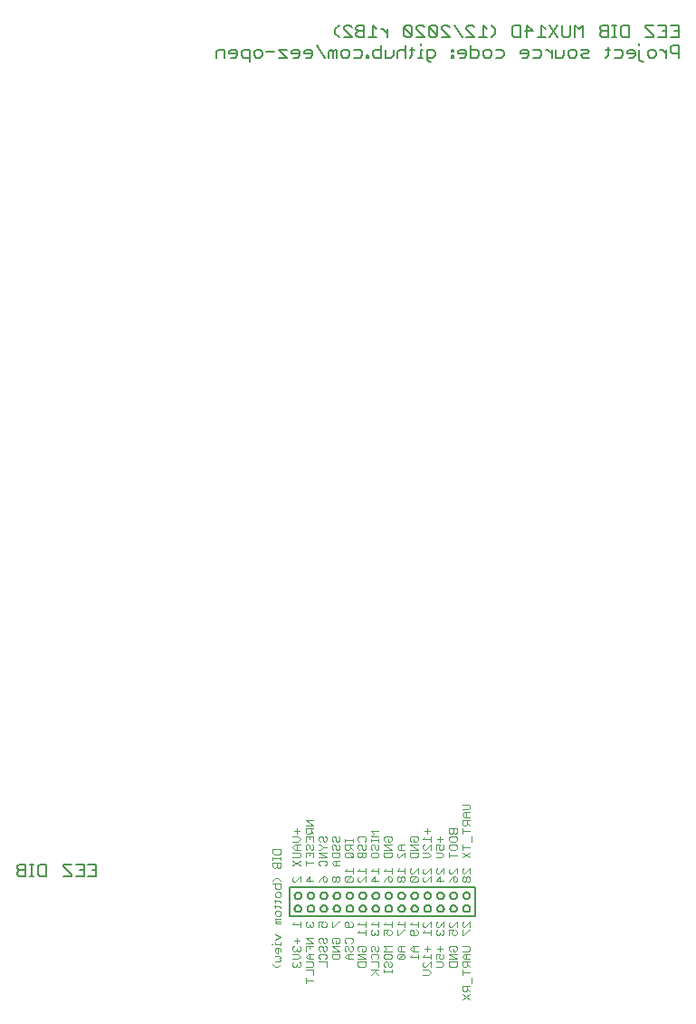
<source format=gbo>
G75*
%MOIN*%
%OFA0B0*%
%FSLAX25Y25*%
%IPPOS*%
%LPD*%
%AMOC8*
5,1,8,0,0,1.08239X$1,22.5*
%
%ADD10C,0.00500*%
%ADD11C,0.00300*%
D10*
X0359846Y0083316D02*
X0360597Y0082565D01*
X0362849Y0082565D01*
X0362849Y0087069D01*
X0360597Y0087069D01*
X0359846Y0086318D01*
X0359846Y0085568D01*
X0360597Y0084817D01*
X0362849Y0084817D01*
X0360597Y0084817D02*
X0359846Y0084066D01*
X0359846Y0083316D01*
X0364417Y0082565D02*
X0365918Y0082565D01*
X0365167Y0082565D02*
X0365167Y0087069D01*
X0364417Y0087069D02*
X0365918Y0087069D01*
X0367519Y0086318D02*
X0368270Y0087069D01*
X0370522Y0087069D01*
X0370522Y0082565D01*
X0368270Y0082565D01*
X0367519Y0083316D01*
X0367519Y0086318D01*
X0376727Y0086318D02*
X0379730Y0083316D01*
X0379730Y0082565D01*
X0376727Y0082565D01*
X0376727Y0086318D02*
X0376727Y0087069D01*
X0379730Y0087069D01*
X0381331Y0087069D02*
X0384334Y0087069D01*
X0384334Y0082565D01*
X0381331Y0082565D01*
X0382832Y0084817D02*
X0384334Y0084817D01*
X0385935Y0087069D02*
X0388938Y0087069D01*
X0388938Y0082565D01*
X0385935Y0082565D01*
X0387436Y0084817D02*
X0388938Y0084817D01*
X0460238Y0078515D02*
X0460238Y0068015D01*
X0528488Y0068015D01*
X0528488Y0078515D01*
X0460238Y0078515D01*
X0461988Y0075540D02*
X0461990Y0075610D01*
X0461996Y0075680D01*
X0462006Y0075749D01*
X0462019Y0075818D01*
X0462037Y0075886D01*
X0462058Y0075953D01*
X0462083Y0076018D01*
X0462112Y0076082D01*
X0462144Y0076145D01*
X0462180Y0076205D01*
X0462219Y0076263D01*
X0462261Y0076319D01*
X0462306Y0076373D01*
X0462354Y0076424D01*
X0462405Y0076472D01*
X0462459Y0076517D01*
X0462515Y0076559D01*
X0462573Y0076598D01*
X0462633Y0076634D01*
X0462696Y0076666D01*
X0462760Y0076695D01*
X0462825Y0076720D01*
X0462892Y0076741D01*
X0462960Y0076759D01*
X0463029Y0076772D01*
X0463098Y0076782D01*
X0463168Y0076788D01*
X0463238Y0076790D01*
X0463308Y0076788D01*
X0463378Y0076782D01*
X0463447Y0076772D01*
X0463516Y0076759D01*
X0463584Y0076741D01*
X0463651Y0076720D01*
X0463716Y0076695D01*
X0463780Y0076666D01*
X0463843Y0076634D01*
X0463903Y0076598D01*
X0463961Y0076559D01*
X0464017Y0076517D01*
X0464071Y0076472D01*
X0464122Y0076424D01*
X0464170Y0076373D01*
X0464215Y0076319D01*
X0464257Y0076263D01*
X0464296Y0076205D01*
X0464332Y0076145D01*
X0464364Y0076082D01*
X0464393Y0076018D01*
X0464418Y0075953D01*
X0464439Y0075886D01*
X0464457Y0075818D01*
X0464470Y0075749D01*
X0464480Y0075680D01*
X0464486Y0075610D01*
X0464488Y0075540D01*
X0464486Y0075470D01*
X0464480Y0075400D01*
X0464470Y0075331D01*
X0464457Y0075262D01*
X0464439Y0075194D01*
X0464418Y0075127D01*
X0464393Y0075062D01*
X0464364Y0074998D01*
X0464332Y0074935D01*
X0464296Y0074875D01*
X0464257Y0074817D01*
X0464215Y0074761D01*
X0464170Y0074707D01*
X0464122Y0074656D01*
X0464071Y0074608D01*
X0464017Y0074563D01*
X0463961Y0074521D01*
X0463903Y0074482D01*
X0463843Y0074446D01*
X0463780Y0074414D01*
X0463716Y0074385D01*
X0463651Y0074360D01*
X0463584Y0074339D01*
X0463516Y0074321D01*
X0463447Y0074308D01*
X0463378Y0074298D01*
X0463308Y0074292D01*
X0463238Y0074290D01*
X0463168Y0074292D01*
X0463098Y0074298D01*
X0463029Y0074308D01*
X0462960Y0074321D01*
X0462892Y0074339D01*
X0462825Y0074360D01*
X0462760Y0074385D01*
X0462696Y0074414D01*
X0462633Y0074446D01*
X0462573Y0074482D01*
X0462515Y0074521D01*
X0462459Y0074563D01*
X0462405Y0074608D01*
X0462354Y0074656D01*
X0462306Y0074707D01*
X0462261Y0074761D01*
X0462219Y0074817D01*
X0462180Y0074875D01*
X0462144Y0074935D01*
X0462112Y0074998D01*
X0462083Y0075062D01*
X0462058Y0075127D01*
X0462037Y0075194D01*
X0462019Y0075262D01*
X0462006Y0075331D01*
X0461996Y0075400D01*
X0461990Y0075470D01*
X0461988Y0075540D01*
X0461988Y0070765D02*
X0461990Y0070835D01*
X0461996Y0070905D01*
X0462006Y0070974D01*
X0462019Y0071043D01*
X0462037Y0071111D01*
X0462058Y0071178D01*
X0462083Y0071243D01*
X0462112Y0071307D01*
X0462144Y0071370D01*
X0462180Y0071430D01*
X0462219Y0071488D01*
X0462261Y0071544D01*
X0462306Y0071598D01*
X0462354Y0071649D01*
X0462405Y0071697D01*
X0462459Y0071742D01*
X0462515Y0071784D01*
X0462573Y0071823D01*
X0462633Y0071859D01*
X0462696Y0071891D01*
X0462760Y0071920D01*
X0462825Y0071945D01*
X0462892Y0071966D01*
X0462960Y0071984D01*
X0463029Y0071997D01*
X0463098Y0072007D01*
X0463168Y0072013D01*
X0463238Y0072015D01*
X0463308Y0072013D01*
X0463378Y0072007D01*
X0463447Y0071997D01*
X0463516Y0071984D01*
X0463584Y0071966D01*
X0463651Y0071945D01*
X0463716Y0071920D01*
X0463780Y0071891D01*
X0463843Y0071859D01*
X0463903Y0071823D01*
X0463961Y0071784D01*
X0464017Y0071742D01*
X0464071Y0071697D01*
X0464122Y0071649D01*
X0464170Y0071598D01*
X0464215Y0071544D01*
X0464257Y0071488D01*
X0464296Y0071430D01*
X0464332Y0071370D01*
X0464364Y0071307D01*
X0464393Y0071243D01*
X0464418Y0071178D01*
X0464439Y0071111D01*
X0464457Y0071043D01*
X0464470Y0070974D01*
X0464480Y0070905D01*
X0464486Y0070835D01*
X0464488Y0070765D01*
X0464486Y0070695D01*
X0464480Y0070625D01*
X0464470Y0070556D01*
X0464457Y0070487D01*
X0464439Y0070419D01*
X0464418Y0070352D01*
X0464393Y0070287D01*
X0464364Y0070223D01*
X0464332Y0070160D01*
X0464296Y0070100D01*
X0464257Y0070042D01*
X0464215Y0069986D01*
X0464170Y0069932D01*
X0464122Y0069881D01*
X0464071Y0069833D01*
X0464017Y0069788D01*
X0463961Y0069746D01*
X0463903Y0069707D01*
X0463843Y0069671D01*
X0463780Y0069639D01*
X0463716Y0069610D01*
X0463651Y0069585D01*
X0463584Y0069564D01*
X0463516Y0069546D01*
X0463447Y0069533D01*
X0463378Y0069523D01*
X0463308Y0069517D01*
X0463238Y0069515D01*
X0463168Y0069517D01*
X0463098Y0069523D01*
X0463029Y0069533D01*
X0462960Y0069546D01*
X0462892Y0069564D01*
X0462825Y0069585D01*
X0462760Y0069610D01*
X0462696Y0069639D01*
X0462633Y0069671D01*
X0462573Y0069707D01*
X0462515Y0069746D01*
X0462459Y0069788D01*
X0462405Y0069833D01*
X0462354Y0069881D01*
X0462306Y0069932D01*
X0462261Y0069986D01*
X0462219Y0070042D01*
X0462180Y0070100D01*
X0462144Y0070160D01*
X0462112Y0070223D01*
X0462083Y0070287D01*
X0462058Y0070352D01*
X0462037Y0070419D01*
X0462019Y0070487D01*
X0462006Y0070556D01*
X0461996Y0070625D01*
X0461990Y0070695D01*
X0461988Y0070765D01*
X0466763Y0070765D02*
X0466765Y0070835D01*
X0466771Y0070905D01*
X0466781Y0070974D01*
X0466794Y0071043D01*
X0466812Y0071111D01*
X0466833Y0071178D01*
X0466858Y0071243D01*
X0466887Y0071307D01*
X0466919Y0071370D01*
X0466955Y0071430D01*
X0466994Y0071488D01*
X0467036Y0071544D01*
X0467081Y0071598D01*
X0467129Y0071649D01*
X0467180Y0071697D01*
X0467234Y0071742D01*
X0467290Y0071784D01*
X0467348Y0071823D01*
X0467408Y0071859D01*
X0467471Y0071891D01*
X0467535Y0071920D01*
X0467600Y0071945D01*
X0467667Y0071966D01*
X0467735Y0071984D01*
X0467804Y0071997D01*
X0467873Y0072007D01*
X0467943Y0072013D01*
X0468013Y0072015D01*
X0468083Y0072013D01*
X0468153Y0072007D01*
X0468222Y0071997D01*
X0468291Y0071984D01*
X0468359Y0071966D01*
X0468426Y0071945D01*
X0468491Y0071920D01*
X0468555Y0071891D01*
X0468618Y0071859D01*
X0468678Y0071823D01*
X0468736Y0071784D01*
X0468792Y0071742D01*
X0468846Y0071697D01*
X0468897Y0071649D01*
X0468945Y0071598D01*
X0468990Y0071544D01*
X0469032Y0071488D01*
X0469071Y0071430D01*
X0469107Y0071370D01*
X0469139Y0071307D01*
X0469168Y0071243D01*
X0469193Y0071178D01*
X0469214Y0071111D01*
X0469232Y0071043D01*
X0469245Y0070974D01*
X0469255Y0070905D01*
X0469261Y0070835D01*
X0469263Y0070765D01*
X0469261Y0070695D01*
X0469255Y0070625D01*
X0469245Y0070556D01*
X0469232Y0070487D01*
X0469214Y0070419D01*
X0469193Y0070352D01*
X0469168Y0070287D01*
X0469139Y0070223D01*
X0469107Y0070160D01*
X0469071Y0070100D01*
X0469032Y0070042D01*
X0468990Y0069986D01*
X0468945Y0069932D01*
X0468897Y0069881D01*
X0468846Y0069833D01*
X0468792Y0069788D01*
X0468736Y0069746D01*
X0468678Y0069707D01*
X0468618Y0069671D01*
X0468555Y0069639D01*
X0468491Y0069610D01*
X0468426Y0069585D01*
X0468359Y0069564D01*
X0468291Y0069546D01*
X0468222Y0069533D01*
X0468153Y0069523D01*
X0468083Y0069517D01*
X0468013Y0069515D01*
X0467943Y0069517D01*
X0467873Y0069523D01*
X0467804Y0069533D01*
X0467735Y0069546D01*
X0467667Y0069564D01*
X0467600Y0069585D01*
X0467535Y0069610D01*
X0467471Y0069639D01*
X0467408Y0069671D01*
X0467348Y0069707D01*
X0467290Y0069746D01*
X0467234Y0069788D01*
X0467180Y0069833D01*
X0467129Y0069881D01*
X0467081Y0069932D01*
X0467036Y0069986D01*
X0466994Y0070042D01*
X0466955Y0070100D01*
X0466919Y0070160D01*
X0466887Y0070223D01*
X0466858Y0070287D01*
X0466833Y0070352D01*
X0466812Y0070419D01*
X0466794Y0070487D01*
X0466781Y0070556D01*
X0466771Y0070625D01*
X0466765Y0070695D01*
X0466763Y0070765D01*
X0466763Y0075540D02*
X0466765Y0075610D01*
X0466771Y0075680D01*
X0466781Y0075749D01*
X0466794Y0075818D01*
X0466812Y0075886D01*
X0466833Y0075953D01*
X0466858Y0076018D01*
X0466887Y0076082D01*
X0466919Y0076145D01*
X0466955Y0076205D01*
X0466994Y0076263D01*
X0467036Y0076319D01*
X0467081Y0076373D01*
X0467129Y0076424D01*
X0467180Y0076472D01*
X0467234Y0076517D01*
X0467290Y0076559D01*
X0467348Y0076598D01*
X0467408Y0076634D01*
X0467471Y0076666D01*
X0467535Y0076695D01*
X0467600Y0076720D01*
X0467667Y0076741D01*
X0467735Y0076759D01*
X0467804Y0076772D01*
X0467873Y0076782D01*
X0467943Y0076788D01*
X0468013Y0076790D01*
X0468083Y0076788D01*
X0468153Y0076782D01*
X0468222Y0076772D01*
X0468291Y0076759D01*
X0468359Y0076741D01*
X0468426Y0076720D01*
X0468491Y0076695D01*
X0468555Y0076666D01*
X0468618Y0076634D01*
X0468678Y0076598D01*
X0468736Y0076559D01*
X0468792Y0076517D01*
X0468846Y0076472D01*
X0468897Y0076424D01*
X0468945Y0076373D01*
X0468990Y0076319D01*
X0469032Y0076263D01*
X0469071Y0076205D01*
X0469107Y0076145D01*
X0469139Y0076082D01*
X0469168Y0076018D01*
X0469193Y0075953D01*
X0469214Y0075886D01*
X0469232Y0075818D01*
X0469245Y0075749D01*
X0469255Y0075680D01*
X0469261Y0075610D01*
X0469263Y0075540D01*
X0469261Y0075470D01*
X0469255Y0075400D01*
X0469245Y0075331D01*
X0469232Y0075262D01*
X0469214Y0075194D01*
X0469193Y0075127D01*
X0469168Y0075062D01*
X0469139Y0074998D01*
X0469107Y0074935D01*
X0469071Y0074875D01*
X0469032Y0074817D01*
X0468990Y0074761D01*
X0468945Y0074707D01*
X0468897Y0074656D01*
X0468846Y0074608D01*
X0468792Y0074563D01*
X0468736Y0074521D01*
X0468678Y0074482D01*
X0468618Y0074446D01*
X0468555Y0074414D01*
X0468491Y0074385D01*
X0468426Y0074360D01*
X0468359Y0074339D01*
X0468291Y0074321D01*
X0468222Y0074308D01*
X0468153Y0074298D01*
X0468083Y0074292D01*
X0468013Y0074290D01*
X0467943Y0074292D01*
X0467873Y0074298D01*
X0467804Y0074308D01*
X0467735Y0074321D01*
X0467667Y0074339D01*
X0467600Y0074360D01*
X0467535Y0074385D01*
X0467471Y0074414D01*
X0467408Y0074446D01*
X0467348Y0074482D01*
X0467290Y0074521D01*
X0467234Y0074563D01*
X0467180Y0074608D01*
X0467129Y0074656D01*
X0467081Y0074707D01*
X0467036Y0074761D01*
X0466994Y0074817D01*
X0466955Y0074875D01*
X0466919Y0074935D01*
X0466887Y0074998D01*
X0466858Y0075062D01*
X0466833Y0075127D01*
X0466812Y0075194D01*
X0466794Y0075262D01*
X0466781Y0075331D01*
X0466771Y0075400D01*
X0466765Y0075470D01*
X0466763Y0075540D01*
X0471538Y0075540D02*
X0471540Y0075610D01*
X0471546Y0075680D01*
X0471556Y0075749D01*
X0471569Y0075818D01*
X0471587Y0075886D01*
X0471608Y0075953D01*
X0471633Y0076018D01*
X0471662Y0076082D01*
X0471694Y0076145D01*
X0471730Y0076205D01*
X0471769Y0076263D01*
X0471811Y0076319D01*
X0471856Y0076373D01*
X0471904Y0076424D01*
X0471955Y0076472D01*
X0472009Y0076517D01*
X0472065Y0076559D01*
X0472123Y0076598D01*
X0472183Y0076634D01*
X0472246Y0076666D01*
X0472310Y0076695D01*
X0472375Y0076720D01*
X0472442Y0076741D01*
X0472510Y0076759D01*
X0472579Y0076772D01*
X0472648Y0076782D01*
X0472718Y0076788D01*
X0472788Y0076790D01*
X0472858Y0076788D01*
X0472928Y0076782D01*
X0472997Y0076772D01*
X0473066Y0076759D01*
X0473134Y0076741D01*
X0473201Y0076720D01*
X0473266Y0076695D01*
X0473330Y0076666D01*
X0473393Y0076634D01*
X0473453Y0076598D01*
X0473511Y0076559D01*
X0473567Y0076517D01*
X0473621Y0076472D01*
X0473672Y0076424D01*
X0473720Y0076373D01*
X0473765Y0076319D01*
X0473807Y0076263D01*
X0473846Y0076205D01*
X0473882Y0076145D01*
X0473914Y0076082D01*
X0473943Y0076018D01*
X0473968Y0075953D01*
X0473989Y0075886D01*
X0474007Y0075818D01*
X0474020Y0075749D01*
X0474030Y0075680D01*
X0474036Y0075610D01*
X0474038Y0075540D01*
X0474036Y0075470D01*
X0474030Y0075400D01*
X0474020Y0075331D01*
X0474007Y0075262D01*
X0473989Y0075194D01*
X0473968Y0075127D01*
X0473943Y0075062D01*
X0473914Y0074998D01*
X0473882Y0074935D01*
X0473846Y0074875D01*
X0473807Y0074817D01*
X0473765Y0074761D01*
X0473720Y0074707D01*
X0473672Y0074656D01*
X0473621Y0074608D01*
X0473567Y0074563D01*
X0473511Y0074521D01*
X0473453Y0074482D01*
X0473393Y0074446D01*
X0473330Y0074414D01*
X0473266Y0074385D01*
X0473201Y0074360D01*
X0473134Y0074339D01*
X0473066Y0074321D01*
X0472997Y0074308D01*
X0472928Y0074298D01*
X0472858Y0074292D01*
X0472788Y0074290D01*
X0472718Y0074292D01*
X0472648Y0074298D01*
X0472579Y0074308D01*
X0472510Y0074321D01*
X0472442Y0074339D01*
X0472375Y0074360D01*
X0472310Y0074385D01*
X0472246Y0074414D01*
X0472183Y0074446D01*
X0472123Y0074482D01*
X0472065Y0074521D01*
X0472009Y0074563D01*
X0471955Y0074608D01*
X0471904Y0074656D01*
X0471856Y0074707D01*
X0471811Y0074761D01*
X0471769Y0074817D01*
X0471730Y0074875D01*
X0471694Y0074935D01*
X0471662Y0074998D01*
X0471633Y0075062D01*
X0471608Y0075127D01*
X0471587Y0075194D01*
X0471569Y0075262D01*
X0471556Y0075331D01*
X0471546Y0075400D01*
X0471540Y0075470D01*
X0471538Y0075540D01*
X0471538Y0070765D02*
X0471540Y0070835D01*
X0471546Y0070905D01*
X0471556Y0070974D01*
X0471569Y0071043D01*
X0471587Y0071111D01*
X0471608Y0071178D01*
X0471633Y0071243D01*
X0471662Y0071307D01*
X0471694Y0071370D01*
X0471730Y0071430D01*
X0471769Y0071488D01*
X0471811Y0071544D01*
X0471856Y0071598D01*
X0471904Y0071649D01*
X0471955Y0071697D01*
X0472009Y0071742D01*
X0472065Y0071784D01*
X0472123Y0071823D01*
X0472183Y0071859D01*
X0472246Y0071891D01*
X0472310Y0071920D01*
X0472375Y0071945D01*
X0472442Y0071966D01*
X0472510Y0071984D01*
X0472579Y0071997D01*
X0472648Y0072007D01*
X0472718Y0072013D01*
X0472788Y0072015D01*
X0472858Y0072013D01*
X0472928Y0072007D01*
X0472997Y0071997D01*
X0473066Y0071984D01*
X0473134Y0071966D01*
X0473201Y0071945D01*
X0473266Y0071920D01*
X0473330Y0071891D01*
X0473393Y0071859D01*
X0473453Y0071823D01*
X0473511Y0071784D01*
X0473567Y0071742D01*
X0473621Y0071697D01*
X0473672Y0071649D01*
X0473720Y0071598D01*
X0473765Y0071544D01*
X0473807Y0071488D01*
X0473846Y0071430D01*
X0473882Y0071370D01*
X0473914Y0071307D01*
X0473943Y0071243D01*
X0473968Y0071178D01*
X0473989Y0071111D01*
X0474007Y0071043D01*
X0474020Y0070974D01*
X0474030Y0070905D01*
X0474036Y0070835D01*
X0474038Y0070765D01*
X0474036Y0070695D01*
X0474030Y0070625D01*
X0474020Y0070556D01*
X0474007Y0070487D01*
X0473989Y0070419D01*
X0473968Y0070352D01*
X0473943Y0070287D01*
X0473914Y0070223D01*
X0473882Y0070160D01*
X0473846Y0070100D01*
X0473807Y0070042D01*
X0473765Y0069986D01*
X0473720Y0069932D01*
X0473672Y0069881D01*
X0473621Y0069833D01*
X0473567Y0069788D01*
X0473511Y0069746D01*
X0473453Y0069707D01*
X0473393Y0069671D01*
X0473330Y0069639D01*
X0473266Y0069610D01*
X0473201Y0069585D01*
X0473134Y0069564D01*
X0473066Y0069546D01*
X0472997Y0069533D01*
X0472928Y0069523D01*
X0472858Y0069517D01*
X0472788Y0069515D01*
X0472718Y0069517D01*
X0472648Y0069523D01*
X0472579Y0069533D01*
X0472510Y0069546D01*
X0472442Y0069564D01*
X0472375Y0069585D01*
X0472310Y0069610D01*
X0472246Y0069639D01*
X0472183Y0069671D01*
X0472123Y0069707D01*
X0472065Y0069746D01*
X0472009Y0069788D01*
X0471955Y0069833D01*
X0471904Y0069881D01*
X0471856Y0069932D01*
X0471811Y0069986D01*
X0471769Y0070042D01*
X0471730Y0070100D01*
X0471694Y0070160D01*
X0471662Y0070223D01*
X0471633Y0070287D01*
X0471608Y0070352D01*
X0471587Y0070419D01*
X0471569Y0070487D01*
X0471556Y0070556D01*
X0471546Y0070625D01*
X0471540Y0070695D01*
X0471538Y0070765D01*
X0476313Y0070765D02*
X0476315Y0070835D01*
X0476321Y0070905D01*
X0476331Y0070974D01*
X0476344Y0071043D01*
X0476362Y0071111D01*
X0476383Y0071178D01*
X0476408Y0071243D01*
X0476437Y0071307D01*
X0476469Y0071370D01*
X0476505Y0071430D01*
X0476544Y0071488D01*
X0476586Y0071544D01*
X0476631Y0071598D01*
X0476679Y0071649D01*
X0476730Y0071697D01*
X0476784Y0071742D01*
X0476840Y0071784D01*
X0476898Y0071823D01*
X0476958Y0071859D01*
X0477021Y0071891D01*
X0477085Y0071920D01*
X0477150Y0071945D01*
X0477217Y0071966D01*
X0477285Y0071984D01*
X0477354Y0071997D01*
X0477423Y0072007D01*
X0477493Y0072013D01*
X0477563Y0072015D01*
X0477633Y0072013D01*
X0477703Y0072007D01*
X0477772Y0071997D01*
X0477841Y0071984D01*
X0477909Y0071966D01*
X0477976Y0071945D01*
X0478041Y0071920D01*
X0478105Y0071891D01*
X0478168Y0071859D01*
X0478228Y0071823D01*
X0478286Y0071784D01*
X0478342Y0071742D01*
X0478396Y0071697D01*
X0478447Y0071649D01*
X0478495Y0071598D01*
X0478540Y0071544D01*
X0478582Y0071488D01*
X0478621Y0071430D01*
X0478657Y0071370D01*
X0478689Y0071307D01*
X0478718Y0071243D01*
X0478743Y0071178D01*
X0478764Y0071111D01*
X0478782Y0071043D01*
X0478795Y0070974D01*
X0478805Y0070905D01*
X0478811Y0070835D01*
X0478813Y0070765D01*
X0478811Y0070695D01*
X0478805Y0070625D01*
X0478795Y0070556D01*
X0478782Y0070487D01*
X0478764Y0070419D01*
X0478743Y0070352D01*
X0478718Y0070287D01*
X0478689Y0070223D01*
X0478657Y0070160D01*
X0478621Y0070100D01*
X0478582Y0070042D01*
X0478540Y0069986D01*
X0478495Y0069932D01*
X0478447Y0069881D01*
X0478396Y0069833D01*
X0478342Y0069788D01*
X0478286Y0069746D01*
X0478228Y0069707D01*
X0478168Y0069671D01*
X0478105Y0069639D01*
X0478041Y0069610D01*
X0477976Y0069585D01*
X0477909Y0069564D01*
X0477841Y0069546D01*
X0477772Y0069533D01*
X0477703Y0069523D01*
X0477633Y0069517D01*
X0477563Y0069515D01*
X0477493Y0069517D01*
X0477423Y0069523D01*
X0477354Y0069533D01*
X0477285Y0069546D01*
X0477217Y0069564D01*
X0477150Y0069585D01*
X0477085Y0069610D01*
X0477021Y0069639D01*
X0476958Y0069671D01*
X0476898Y0069707D01*
X0476840Y0069746D01*
X0476784Y0069788D01*
X0476730Y0069833D01*
X0476679Y0069881D01*
X0476631Y0069932D01*
X0476586Y0069986D01*
X0476544Y0070042D01*
X0476505Y0070100D01*
X0476469Y0070160D01*
X0476437Y0070223D01*
X0476408Y0070287D01*
X0476383Y0070352D01*
X0476362Y0070419D01*
X0476344Y0070487D01*
X0476331Y0070556D01*
X0476321Y0070625D01*
X0476315Y0070695D01*
X0476313Y0070765D01*
X0476313Y0075540D02*
X0476315Y0075610D01*
X0476321Y0075680D01*
X0476331Y0075749D01*
X0476344Y0075818D01*
X0476362Y0075886D01*
X0476383Y0075953D01*
X0476408Y0076018D01*
X0476437Y0076082D01*
X0476469Y0076145D01*
X0476505Y0076205D01*
X0476544Y0076263D01*
X0476586Y0076319D01*
X0476631Y0076373D01*
X0476679Y0076424D01*
X0476730Y0076472D01*
X0476784Y0076517D01*
X0476840Y0076559D01*
X0476898Y0076598D01*
X0476958Y0076634D01*
X0477021Y0076666D01*
X0477085Y0076695D01*
X0477150Y0076720D01*
X0477217Y0076741D01*
X0477285Y0076759D01*
X0477354Y0076772D01*
X0477423Y0076782D01*
X0477493Y0076788D01*
X0477563Y0076790D01*
X0477633Y0076788D01*
X0477703Y0076782D01*
X0477772Y0076772D01*
X0477841Y0076759D01*
X0477909Y0076741D01*
X0477976Y0076720D01*
X0478041Y0076695D01*
X0478105Y0076666D01*
X0478168Y0076634D01*
X0478228Y0076598D01*
X0478286Y0076559D01*
X0478342Y0076517D01*
X0478396Y0076472D01*
X0478447Y0076424D01*
X0478495Y0076373D01*
X0478540Y0076319D01*
X0478582Y0076263D01*
X0478621Y0076205D01*
X0478657Y0076145D01*
X0478689Y0076082D01*
X0478718Y0076018D01*
X0478743Y0075953D01*
X0478764Y0075886D01*
X0478782Y0075818D01*
X0478795Y0075749D01*
X0478805Y0075680D01*
X0478811Y0075610D01*
X0478813Y0075540D01*
X0478811Y0075470D01*
X0478805Y0075400D01*
X0478795Y0075331D01*
X0478782Y0075262D01*
X0478764Y0075194D01*
X0478743Y0075127D01*
X0478718Y0075062D01*
X0478689Y0074998D01*
X0478657Y0074935D01*
X0478621Y0074875D01*
X0478582Y0074817D01*
X0478540Y0074761D01*
X0478495Y0074707D01*
X0478447Y0074656D01*
X0478396Y0074608D01*
X0478342Y0074563D01*
X0478286Y0074521D01*
X0478228Y0074482D01*
X0478168Y0074446D01*
X0478105Y0074414D01*
X0478041Y0074385D01*
X0477976Y0074360D01*
X0477909Y0074339D01*
X0477841Y0074321D01*
X0477772Y0074308D01*
X0477703Y0074298D01*
X0477633Y0074292D01*
X0477563Y0074290D01*
X0477493Y0074292D01*
X0477423Y0074298D01*
X0477354Y0074308D01*
X0477285Y0074321D01*
X0477217Y0074339D01*
X0477150Y0074360D01*
X0477085Y0074385D01*
X0477021Y0074414D01*
X0476958Y0074446D01*
X0476898Y0074482D01*
X0476840Y0074521D01*
X0476784Y0074563D01*
X0476730Y0074608D01*
X0476679Y0074656D01*
X0476631Y0074707D01*
X0476586Y0074761D01*
X0476544Y0074817D01*
X0476505Y0074875D01*
X0476469Y0074935D01*
X0476437Y0074998D01*
X0476408Y0075062D01*
X0476383Y0075127D01*
X0476362Y0075194D01*
X0476344Y0075262D01*
X0476331Y0075331D01*
X0476321Y0075400D01*
X0476315Y0075470D01*
X0476313Y0075540D01*
X0481088Y0075540D02*
X0481090Y0075610D01*
X0481096Y0075680D01*
X0481106Y0075749D01*
X0481119Y0075818D01*
X0481137Y0075886D01*
X0481158Y0075953D01*
X0481183Y0076018D01*
X0481212Y0076082D01*
X0481244Y0076145D01*
X0481280Y0076205D01*
X0481319Y0076263D01*
X0481361Y0076319D01*
X0481406Y0076373D01*
X0481454Y0076424D01*
X0481505Y0076472D01*
X0481559Y0076517D01*
X0481615Y0076559D01*
X0481673Y0076598D01*
X0481733Y0076634D01*
X0481796Y0076666D01*
X0481860Y0076695D01*
X0481925Y0076720D01*
X0481992Y0076741D01*
X0482060Y0076759D01*
X0482129Y0076772D01*
X0482198Y0076782D01*
X0482268Y0076788D01*
X0482338Y0076790D01*
X0482408Y0076788D01*
X0482478Y0076782D01*
X0482547Y0076772D01*
X0482616Y0076759D01*
X0482684Y0076741D01*
X0482751Y0076720D01*
X0482816Y0076695D01*
X0482880Y0076666D01*
X0482943Y0076634D01*
X0483003Y0076598D01*
X0483061Y0076559D01*
X0483117Y0076517D01*
X0483171Y0076472D01*
X0483222Y0076424D01*
X0483270Y0076373D01*
X0483315Y0076319D01*
X0483357Y0076263D01*
X0483396Y0076205D01*
X0483432Y0076145D01*
X0483464Y0076082D01*
X0483493Y0076018D01*
X0483518Y0075953D01*
X0483539Y0075886D01*
X0483557Y0075818D01*
X0483570Y0075749D01*
X0483580Y0075680D01*
X0483586Y0075610D01*
X0483588Y0075540D01*
X0483586Y0075470D01*
X0483580Y0075400D01*
X0483570Y0075331D01*
X0483557Y0075262D01*
X0483539Y0075194D01*
X0483518Y0075127D01*
X0483493Y0075062D01*
X0483464Y0074998D01*
X0483432Y0074935D01*
X0483396Y0074875D01*
X0483357Y0074817D01*
X0483315Y0074761D01*
X0483270Y0074707D01*
X0483222Y0074656D01*
X0483171Y0074608D01*
X0483117Y0074563D01*
X0483061Y0074521D01*
X0483003Y0074482D01*
X0482943Y0074446D01*
X0482880Y0074414D01*
X0482816Y0074385D01*
X0482751Y0074360D01*
X0482684Y0074339D01*
X0482616Y0074321D01*
X0482547Y0074308D01*
X0482478Y0074298D01*
X0482408Y0074292D01*
X0482338Y0074290D01*
X0482268Y0074292D01*
X0482198Y0074298D01*
X0482129Y0074308D01*
X0482060Y0074321D01*
X0481992Y0074339D01*
X0481925Y0074360D01*
X0481860Y0074385D01*
X0481796Y0074414D01*
X0481733Y0074446D01*
X0481673Y0074482D01*
X0481615Y0074521D01*
X0481559Y0074563D01*
X0481505Y0074608D01*
X0481454Y0074656D01*
X0481406Y0074707D01*
X0481361Y0074761D01*
X0481319Y0074817D01*
X0481280Y0074875D01*
X0481244Y0074935D01*
X0481212Y0074998D01*
X0481183Y0075062D01*
X0481158Y0075127D01*
X0481137Y0075194D01*
X0481119Y0075262D01*
X0481106Y0075331D01*
X0481096Y0075400D01*
X0481090Y0075470D01*
X0481088Y0075540D01*
X0481088Y0070765D02*
X0481090Y0070835D01*
X0481096Y0070905D01*
X0481106Y0070974D01*
X0481119Y0071043D01*
X0481137Y0071111D01*
X0481158Y0071178D01*
X0481183Y0071243D01*
X0481212Y0071307D01*
X0481244Y0071370D01*
X0481280Y0071430D01*
X0481319Y0071488D01*
X0481361Y0071544D01*
X0481406Y0071598D01*
X0481454Y0071649D01*
X0481505Y0071697D01*
X0481559Y0071742D01*
X0481615Y0071784D01*
X0481673Y0071823D01*
X0481733Y0071859D01*
X0481796Y0071891D01*
X0481860Y0071920D01*
X0481925Y0071945D01*
X0481992Y0071966D01*
X0482060Y0071984D01*
X0482129Y0071997D01*
X0482198Y0072007D01*
X0482268Y0072013D01*
X0482338Y0072015D01*
X0482408Y0072013D01*
X0482478Y0072007D01*
X0482547Y0071997D01*
X0482616Y0071984D01*
X0482684Y0071966D01*
X0482751Y0071945D01*
X0482816Y0071920D01*
X0482880Y0071891D01*
X0482943Y0071859D01*
X0483003Y0071823D01*
X0483061Y0071784D01*
X0483117Y0071742D01*
X0483171Y0071697D01*
X0483222Y0071649D01*
X0483270Y0071598D01*
X0483315Y0071544D01*
X0483357Y0071488D01*
X0483396Y0071430D01*
X0483432Y0071370D01*
X0483464Y0071307D01*
X0483493Y0071243D01*
X0483518Y0071178D01*
X0483539Y0071111D01*
X0483557Y0071043D01*
X0483570Y0070974D01*
X0483580Y0070905D01*
X0483586Y0070835D01*
X0483588Y0070765D01*
X0483586Y0070695D01*
X0483580Y0070625D01*
X0483570Y0070556D01*
X0483557Y0070487D01*
X0483539Y0070419D01*
X0483518Y0070352D01*
X0483493Y0070287D01*
X0483464Y0070223D01*
X0483432Y0070160D01*
X0483396Y0070100D01*
X0483357Y0070042D01*
X0483315Y0069986D01*
X0483270Y0069932D01*
X0483222Y0069881D01*
X0483171Y0069833D01*
X0483117Y0069788D01*
X0483061Y0069746D01*
X0483003Y0069707D01*
X0482943Y0069671D01*
X0482880Y0069639D01*
X0482816Y0069610D01*
X0482751Y0069585D01*
X0482684Y0069564D01*
X0482616Y0069546D01*
X0482547Y0069533D01*
X0482478Y0069523D01*
X0482408Y0069517D01*
X0482338Y0069515D01*
X0482268Y0069517D01*
X0482198Y0069523D01*
X0482129Y0069533D01*
X0482060Y0069546D01*
X0481992Y0069564D01*
X0481925Y0069585D01*
X0481860Y0069610D01*
X0481796Y0069639D01*
X0481733Y0069671D01*
X0481673Y0069707D01*
X0481615Y0069746D01*
X0481559Y0069788D01*
X0481505Y0069833D01*
X0481454Y0069881D01*
X0481406Y0069932D01*
X0481361Y0069986D01*
X0481319Y0070042D01*
X0481280Y0070100D01*
X0481244Y0070160D01*
X0481212Y0070223D01*
X0481183Y0070287D01*
X0481158Y0070352D01*
X0481137Y0070419D01*
X0481119Y0070487D01*
X0481106Y0070556D01*
X0481096Y0070625D01*
X0481090Y0070695D01*
X0481088Y0070765D01*
X0485863Y0070765D02*
X0485865Y0070835D01*
X0485871Y0070905D01*
X0485881Y0070974D01*
X0485894Y0071043D01*
X0485912Y0071111D01*
X0485933Y0071178D01*
X0485958Y0071243D01*
X0485987Y0071307D01*
X0486019Y0071370D01*
X0486055Y0071430D01*
X0486094Y0071488D01*
X0486136Y0071544D01*
X0486181Y0071598D01*
X0486229Y0071649D01*
X0486280Y0071697D01*
X0486334Y0071742D01*
X0486390Y0071784D01*
X0486448Y0071823D01*
X0486508Y0071859D01*
X0486571Y0071891D01*
X0486635Y0071920D01*
X0486700Y0071945D01*
X0486767Y0071966D01*
X0486835Y0071984D01*
X0486904Y0071997D01*
X0486973Y0072007D01*
X0487043Y0072013D01*
X0487113Y0072015D01*
X0487183Y0072013D01*
X0487253Y0072007D01*
X0487322Y0071997D01*
X0487391Y0071984D01*
X0487459Y0071966D01*
X0487526Y0071945D01*
X0487591Y0071920D01*
X0487655Y0071891D01*
X0487718Y0071859D01*
X0487778Y0071823D01*
X0487836Y0071784D01*
X0487892Y0071742D01*
X0487946Y0071697D01*
X0487997Y0071649D01*
X0488045Y0071598D01*
X0488090Y0071544D01*
X0488132Y0071488D01*
X0488171Y0071430D01*
X0488207Y0071370D01*
X0488239Y0071307D01*
X0488268Y0071243D01*
X0488293Y0071178D01*
X0488314Y0071111D01*
X0488332Y0071043D01*
X0488345Y0070974D01*
X0488355Y0070905D01*
X0488361Y0070835D01*
X0488363Y0070765D01*
X0488361Y0070695D01*
X0488355Y0070625D01*
X0488345Y0070556D01*
X0488332Y0070487D01*
X0488314Y0070419D01*
X0488293Y0070352D01*
X0488268Y0070287D01*
X0488239Y0070223D01*
X0488207Y0070160D01*
X0488171Y0070100D01*
X0488132Y0070042D01*
X0488090Y0069986D01*
X0488045Y0069932D01*
X0487997Y0069881D01*
X0487946Y0069833D01*
X0487892Y0069788D01*
X0487836Y0069746D01*
X0487778Y0069707D01*
X0487718Y0069671D01*
X0487655Y0069639D01*
X0487591Y0069610D01*
X0487526Y0069585D01*
X0487459Y0069564D01*
X0487391Y0069546D01*
X0487322Y0069533D01*
X0487253Y0069523D01*
X0487183Y0069517D01*
X0487113Y0069515D01*
X0487043Y0069517D01*
X0486973Y0069523D01*
X0486904Y0069533D01*
X0486835Y0069546D01*
X0486767Y0069564D01*
X0486700Y0069585D01*
X0486635Y0069610D01*
X0486571Y0069639D01*
X0486508Y0069671D01*
X0486448Y0069707D01*
X0486390Y0069746D01*
X0486334Y0069788D01*
X0486280Y0069833D01*
X0486229Y0069881D01*
X0486181Y0069932D01*
X0486136Y0069986D01*
X0486094Y0070042D01*
X0486055Y0070100D01*
X0486019Y0070160D01*
X0485987Y0070223D01*
X0485958Y0070287D01*
X0485933Y0070352D01*
X0485912Y0070419D01*
X0485894Y0070487D01*
X0485881Y0070556D01*
X0485871Y0070625D01*
X0485865Y0070695D01*
X0485863Y0070765D01*
X0485863Y0075540D02*
X0485865Y0075610D01*
X0485871Y0075680D01*
X0485881Y0075749D01*
X0485894Y0075818D01*
X0485912Y0075886D01*
X0485933Y0075953D01*
X0485958Y0076018D01*
X0485987Y0076082D01*
X0486019Y0076145D01*
X0486055Y0076205D01*
X0486094Y0076263D01*
X0486136Y0076319D01*
X0486181Y0076373D01*
X0486229Y0076424D01*
X0486280Y0076472D01*
X0486334Y0076517D01*
X0486390Y0076559D01*
X0486448Y0076598D01*
X0486508Y0076634D01*
X0486571Y0076666D01*
X0486635Y0076695D01*
X0486700Y0076720D01*
X0486767Y0076741D01*
X0486835Y0076759D01*
X0486904Y0076772D01*
X0486973Y0076782D01*
X0487043Y0076788D01*
X0487113Y0076790D01*
X0487183Y0076788D01*
X0487253Y0076782D01*
X0487322Y0076772D01*
X0487391Y0076759D01*
X0487459Y0076741D01*
X0487526Y0076720D01*
X0487591Y0076695D01*
X0487655Y0076666D01*
X0487718Y0076634D01*
X0487778Y0076598D01*
X0487836Y0076559D01*
X0487892Y0076517D01*
X0487946Y0076472D01*
X0487997Y0076424D01*
X0488045Y0076373D01*
X0488090Y0076319D01*
X0488132Y0076263D01*
X0488171Y0076205D01*
X0488207Y0076145D01*
X0488239Y0076082D01*
X0488268Y0076018D01*
X0488293Y0075953D01*
X0488314Y0075886D01*
X0488332Y0075818D01*
X0488345Y0075749D01*
X0488355Y0075680D01*
X0488361Y0075610D01*
X0488363Y0075540D01*
X0488361Y0075470D01*
X0488355Y0075400D01*
X0488345Y0075331D01*
X0488332Y0075262D01*
X0488314Y0075194D01*
X0488293Y0075127D01*
X0488268Y0075062D01*
X0488239Y0074998D01*
X0488207Y0074935D01*
X0488171Y0074875D01*
X0488132Y0074817D01*
X0488090Y0074761D01*
X0488045Y0074707D01*
X0487997Y0074656D01*
X0487946Y0074608D01*
X0487892Y0074563D01*
X0487836Y0074521D01*
X0487778Y0074482D01*
X0487718Y0074446D01*
X0487655Y0074414D01*
X0487591Y0074385D01*
X0487526Y0074360D01*
X0487459Y0074339D01*
X0487391Y0074321D01*
X0487322Y0074308D01*
X0487253Y0074298D01*
X0487183Y0074292D01*
X0487113Y0074290D01*
X0487043Y0074292D01*
X0486973Y0074298D01*
X0486904Y0074308D01*
X0486835Y0074321D01*
X0486767Y0074339D01*
X0486700Y0074360D01*
X0486635Y0074385D01*
X0486571Y0074414D01*
X0486508Y0074446D01*
X0486448Y0074482D01*
X0486390Y0074521D01*
X0486334Y0074563D01*
X0486280Y0074608D01*
X0486229Y0074656D01*
X0486181Y0074707D01*
X0486136Y0074761D01*
X0486094Y0074817D01*
X0486055Y0074875D01*
X0486019Y0074935D01*
X0485987Y0074998D01*
X0485958Y0075062D01*
X0485933Y0075127D01*
X0485912Y0075194D01*
X0485894Y0075262D01*
X0485881Y0075331D01*
X0485871Y0075400D01*
X0485865Y0075470D01*
X0485863Y0075540D01*
X0490638Y0075540D02*
X0490640Y0075610D01*
X0490646Y0075680D01*
X0490656Y0075749D01*
X0490669Y0075818D01*
X0490687Y0075886D01*
X0490708Y0075953D01*
X0490733Y0076018D01*
X0490762Y0076082D01*
X0490794Y0076145D01*
X0490830Y0076205D01*
X0490869Y0076263D01*
X0490911Y0076319D01*
X0490956Y0076373D01*
X0491004Y0076424D01*
X0491055Y0076472D01*
X0491109Y0076517D01*
X0491165Y0076559D01*
X0491223Y0076598D01*
X0491283Y0076634D01*
X0491346Y0076666D01*
X0491410Y0076695D01*
X0491475Y0076720D01*
X0491542Y0076741D01*
X0491610Y0076759D01*
X0491679Y0076772D01*
X0491748Y0076782D01*
X0491818Y0076788D01*
X0491888Y0076790D01*
X0491958Y0076788D01*
X0492028Y0076782D01*
X0492097Y0076772D01*
X0492166Y0076759D01*
X0492234Y0076741D01*
X0492301Y0076720D01*
X0492366Y0076695D01*
X0492430Y0076666D01*
X0492493Y0076634D01*
X0492553Y0076598D01*
X0492611Y0076559D01*
X0492667Y0076517D01*
X0492721Y0076472D01*
X0492772Y0076424D01*
X0492820Y0076373D01*
X0492865Y0076319D01*
X0492907Y0076263D01*
X0492946Y0076205D01*
X0492982Y0076145D01*
X0493014Y0076082D01*
X0493043Y0076018D01*
X0493068Y0075953D01*
X0493089Y0075886D01*
X0493107Y0075818D01*
X0493120Y0075749D01*
X0493130Y0075680D01*
X0493136Y0075610D01*
X0493138Y0075540D01*
X0493136Y0075470D01*
X0493130Y0075400D01*
X0493120Y0075331D01*
X0493107Y0075262D01*
X0493089Y0075194D01*
X0493068Y0075127D01*
X0493043Y0075062D01*
X0493014Y0074998D01*
X0492982Y0074935D01*
X0492946Y0074875D01*
X0492907Y0074817D01*
X0492865Y0074761D01*
X0492820Y0074707D01*
X0492772Y0074656D01*
X0492721Y0074608D01*
X0492667Y0074563D01*
X0492611Y0074521D01*
X0492553Y0074482D01*
X0492493Y0074446D01*
X0492430Y0074414D01*
X0492366Y0074385D01*
X0492301Y0074360D01*
X0492234Y0074339D01*
X0492166Y0074321D01*
X0492097Y0074308D01*
X0492028Y0074298D01*
X0491958Y0074292D01*
X0491888Y0074290D01*
X0491818Y0074292D01*
X0491748Y0074298D01*
X0491679Y0074308D01*
X0491610Y0074321D01*
X0491542Y0074339D01*
X0491475Y0074360D01*
X0491410Y0074385D01*
X0491346Y0074414D01*
X0491283Y0074446D01*
X0491223Y0074482D01*
X0491165Y0074521D01*
X0491109Y0074563D01*
X0491055Y0074608D01*
X0491004Y0074656D01*
X0490956Y0074707D01*
X0490911Y0074761D01*
X0490869Y0074817D01*
X0490830Y0074875D01*
X0490794Y0074935D01*
X0490762Y0074998D01*
X0490733Y0075062D01*
X0490708Y0075127D01*
X0490687Y0075194D01*
X0490669Y0075262D01*
X0490656Y0075331D01*
X0490646Y0075400D01*
X0490640Y0075470D01*
X0490638Y0075540D01*
X0490638Y0070765D02*
X0490640Y0070835D01*
X0490646Y0070905D01*
X0490656Y0070974D01*
X0490669Y0071043D01*
X0490687Y0071111D01*
X0490708Y0071178D01*
X0490733Y0071243D01*
X0490762Y0071307D01*
X0490794Y0071370D01*
X0490830Y0071430D01*
X0490869Y0071488D01*
X0490911Y0071544D01*
X0490956Y0071598D01*
X0491004Y0071649D01*
X0491055Y0071697D01*
X0491109Y0071742D01*
X0491165Y0071784D01*
X0491223Y0071823D01*
X0491283Y0071859D01*
X0491346Y0071891D01*
X0491410Y0071920D01*
X0491475Y0071945D01*
X0491542Y0071966D01*
X0491610Y0071984D01*
X0491679Y0071997D01*
X0491748Y0072007D01*
X0491818Y0072013D01*
X0491888Y0072015D01*
X0491958Y0072013D01*
X0492028Y0072007D01*
X0492097Y0071997D01*
X0492166Y0071984D01*
X0492234Y0071966D01*
X0492301Y0071945D01*
X0492366Y0071920D01*
X0492430Y0071891D01*
X0492493Y0071859D01*
X0492553Y0071823D01*
X0492611Y0071784D01*
X0492667Y0071742D01*
X0492721Y0071697D01*
X0492772Y0071649D01*
X0492820Y0071598D01*
X0492865Y0071544D01*
X0492907Y0071488D01*
X0492946Y0071430D01*
X0492982Y0071370D01*
X0493014Y0071307D01*
X0493043Y0071243D01*
X0493068Y0071178D01*
X0493089Y0071111D01*
X0493107Y0071043D01*
X0493120Y0070974D01*
X0493130Y0070905D01*
X0493136Y0070835D01*
X0493138Y0070765D01*
X0493136Y0070695D01*
X0493130Y0070625D01*
X0493120Y0070556D01*
X0493107Y0070487D01*
X0493089Y0070419D01*
X0493068Y0070352D01*
X0493043Y0070287D01*
X0493014Y0070223D01*
X0492982Y0070160D01*
X0492946Y0070100D01*
X0492907Y0070042D01*
X0492865Y0069986D01*
X0492820Y0069932D01*
X0492772Y0069881D01*
X0492721Y0069833D01*
X0492667Y0069788D01*
X0492611Y0069746D01*
X0492553Y0069707D01*
X0492493Y0069671D01*
X0492430Y0069639D01*
X0492366Y0069610D01*
X0492301Y0069585D01*
X0492234Y0069564D01*
X0492166Y0069546D01*
X0492097Y0069533D01*
X0492028Y0069523D01*
X0491958Y0069517D01*
X0491888Y0069515D01*
X0491818Y0069517D01*
X0491748Y0069523D01*
X0491679Y0069533D01*
X0491610Y0069546D01*
X0491542Y0069564D01*
X0491475Y0069585D01*
X0491410Y0069610D01*
X0491346Y0069639D01*
X0491283Y0069671D01*
X0491223Y0069707D01*
X0491165Y0069746D01*
X0491109Y0069788D01*
X0491055Y0069833D01*
X0491004Y0069881D01*
X0490956Y0069932D01*
X0490911Y0069986D01*
X0490869Y0070042D01*
X0490830Y0070100D01*
X0490794Y0070160D01*
X0490762Y0070223D01*
X0490733Y0070287D01*
X0490708Y0070352D01*
X0490687Y0070419D01*
X0490669Y0070487D01*
X0490656Y0070556D01*
X0490646Y0070625D01*
X0490640Y0070695D01*
X0490638Y0070765D01*
X0495413Y0070765D02*
X0495415Y0070835D01*
X0495421Y0070905D01*
X0495431Y0070974D01*
X0495444Y0071043D01*
X0495462Y0071111D01*
X0495483Y0071178D01*
X0495508Y0071243D01*
X0495537Y0071307D01*
X0495569Y0071370D01*
X0495605Y0071430D01*
X0495644Y0071488D01*
X0495686Y0071544D01*
X0495731Y0071598D01*
X0495779Y0071649D01*
X0495830Y0071697D01*
X0495884Y0071742D01*
X0495940Y0071784D01*
X0495998Y0071823D01*
X0496058Y0071859D01*
X0496121Y0071891D01*
X0496185Y0071920D01*
X0496250Y0071945D01*
X0496317Y0071966D01*
X0496385Y0071984D01*
X0496454Y0071997D01*
X0496523Y0072007D01*
X0496593Y0072013D01*
X0496663Y0072015D01*
X0496733Y0072013D01*
X0496803Y0072007D01*
X0496872Y0071997D01*
X0496941Y0071984D01*
X0497009Y0071966D01*
X0497076Y0071945D01*
X0497141Y0071920D01*
X0497205Y0071891D01*
X0497268Y0071859D01*
X0497328Y0071823D01*
X0497386Y0071784D01*
X0497442Y0071742D01*
X0497496Y0071697D01*
X0497547Y0071649D01*
X0497595Y0071598D01*
X0497640Y0071544D01*
X0497682Y0071488D01*
X0497721Y0071430D01*
X0497757Y0071370D01*
X0497789Y0071307D01*
X0497818Y0071243D01*
X0497843Y0071178D01*
X0497864Y0071111D01*
X0497882Y0071043D01*
X0497895Y0070974D01*
X0497905Y0070905D01*
X0497911Y0070835D01*
X0497913Y0070765D01*
X0497911Y0070695D01*
X0497905Y0070625D01*
X0497895Y0070556D01*
X0497882Y0070487D01*
X0497864Y0070419D01*
X0497843Y0070352D01*
X0497818Y0070287D01*
X0497789Y0070223D01*
X0497757Y0070160D01*
X0497721Y0070100D01*
X0497682Y0070042D01*
X0497640Y0069986D01*
X0497595Y0069932D01*
X0497547Y0069881D01*
X0497496Y0069833D01*
X0497442Y0069788D01*
X0497386Y0069746D01*
X0497328Y0069707D01*
X0497268Y0069671D01*
X0497205Y0069639D01*
X0497141Y0069610D01*
X0497076Y0069585D01*
X0497009Y0069564D01*
X0496941Y0069546D01*
X0496872Y0069533D01*
X0496803Y0069523D01*
X0496733Y0069517D01*
X0496663Y0069515D01*
X0496593Y0069517D01*
X0496523Y0069523D01*
X0496454Y0069533D01*
X0496385Y0069546D01*
X0496317Y0069564D01*
X0496250Y0069585D01*
X0496185Y0069610D01*
X0496121Y0069639D01*
X0496058Y0069671D01*
X0495998Y0069707D01*
X0495940Y0069746D01*
X0495884Y0069788D01*
X0495830Y0069833D01*
X0495779Y0069881D01*
X0495731Y0069932D01*
X0495686Y0069986D01*
X0495644Y0070042D01*
X0495605Y0070100D01*
X0495569Y0070160D01*
X0495537Y0070223D01*
X0495508Y0070287D01*
X0495483Y0070352D01*
X0495462Y0070419D01*
X0495444Y0070487D01*
X0495431Y0070556D01*
X0495421Y0070625D01*
X0495415Y0070695D01*
X0495413Y0070765D01*
X0495413Y0075540D02*
X0495415Y0075610D01*
X0495421Y0075680D01*
X0495431Y0075749D01*
X0495444Y0075818D01*
X0495462Y0075886D01*
X0495483Y0075953D01*
X0495508Y0076018D01*
X0495537Y0076082D01*
X0495569Y0076145D01*
X0495605Y0076205D01*
X0495644Y0076263D01*
X0495686Y0076319D01*
X0495731Y0076373D01*
X0495779Y0076424D01*
X0495830Y0076472D01*
X0495884Y0076517D01*
X0495940Y0076559D01*
X0495998Y0076598D01*
X0496058Y0076634D01*
X0496121Y0076666D01*
X0496185Y0076695D01*
X0496250Y0076720D01*
X0496317Y0076741D01*
X0496385Y0076759D01*
X0496454Y0076772D01*
X0496523Y0076782D01*
X0496593Y0076788D01*
X0496663Y0076790D01*
X0496733Y0076788D01*
X0496803Y0076782D01*
X0496872Y0076772D01*
X0496941Y0076759D01*
X0497009Y0076741D01*
X0497076Y0076720D01*
X0497141Y0076695D01*
X0497205Y0076666D01*
X0497268Y0076634D01*
X0497328Y0076598D01*
X0497386Y0076559D01*
X0497442Y0076517D01*
X0497496Y0076472D01*
X0497547Y0076424D01*
X0497595Y0076373D01*
X0497640Y0076319D01*
X0497682Y0076263D01*
X0497721Y0076205D01*
X0497757Y0076145D01*
X0497789Y0076082D01*
X0497818Y0076018D01*
X0497843Y0075953D01*
X0497864Y0075886D01*
X0497882Y0075818D01*
X0497895Y0075749D01*
X0497905Y0075680D01*
X0497911Y0075610D01*
X0497913Y0075540D01*
X0497911Y0075470D01*
X0497905Y0075400D01*
X0497895Y0075331D01*
X0497882Y0075262D01*
X0497864Y0075194D01*
X0497843Y0075127D01*
X0497818Y0075062D01*
X0497789Y0074998D01*
X0497757Y0074935D01*
X0497721Y0074875D01*
X0497682Y0074817D01*
X0497640Y0074761D01*
X0497595Y0074707D01*
X0497547Y0074656D01*
X0497496Y0074608D01*
X0497442Y0074563D01*
X0497386Y0074521D01*
X0497328Y0074482D01*
X0497268Y0074446D01*
X0497205Y0074414D01*
X0497141Y0074385D01*
X0497076Y0074360D01*
X0497009Y0074339D01*
X0496941Y0074321D01*
X0496872Y0074308D01*
X0496803Y0074298D01*
X0496733Y0074292D01*
X0496663Y0074290D01*
X0496593Y0074292D01*
X0496523Y0074298D01*
X0496454Y0074308D01*
X0496385Y0074321D01*
X0496317Y0074339D01*
X0496250Y0074360D01*
X0496185Y0074385D01*
X0496121Y0074414D01*
X0496058Y0074446D01*
X0495998Y0074482D01*
X0495940Y0074521D01*
X0495884Y0074563D01*
X0495830Y0074608D01*
X0495779Y0074656D01*
X0495731Y0074707D01*
X0495686Y0074761D01*
X0495644Y0074817D01*
X0495605Y0074875D01*
X0495569Y0074935D01*
X0495537Y0074998D01*
X0495508Y0075062D01*
X0495483Y0075127D01*
X0495462Y0075194D01*
X0495444Y0075262D01*
X0495431Y0075331D01*
X0495421Y0075400D01*
X0495415Y0075470D01*
X0495413Y0075540D01*
X0500188Y0075540D02*
X0500190Y0075610D01*
X0500196Y0075680D01*
X0500206Y0075749D01*
X0500219Y0075818D01*
X0500237Y0075886D01*
X0500258Y0075953D01*
X0500283Y0076018D01*
X0500312Y0076082D01*
X0500344Y0076145D01*
X0500380Y0076205D01*
X0500419Y0076263D01*
X0500461Y0076319D01*
X0500506Y0076373D01*
X0500554Y0076424D01*
X0500605Y0076472D01*
X0500659Y0076517D01*
X0500715Y0076559D01*
X0500773Y0076598D01*
X0500833Y0076634D01*
X0500896Y0076666D01*
X0500960Y0076695D01*
X0501025Y0076720D01*
X0501092Y0076741D01*
X0501160Y0076759D01*
X0501229Y0076772D01*
X0501298Y0076782D01*
X0501368Y0076788D01*
X0501438Y0076790D01*
X0501508Y0076788D01*
X0501578Y0076782D01*
X0501647Y0076772D01*
X0501716Y0076759D01*
X0501784Y0076741D01*
X0501851Y0076720D01*
X0501916Y0076695D01*
X0501980Y0076666D01*
X0502043Y0076634D01*
X0502103Y0076598D01*
X0502161Y0076559D01*
X0502217Y0076517D01*
X0502271Y0076472D01*
X0502322Y0076424D01*
X0502370Y0076373D01*
X0502415Y0076319D01*
X0502457Y0076263D01*
X0502496Y0076205D01*
X0502532Y0076145D01*
X0502564Y0076082D01*
X0502593Y0076018D01*
X0502618Y0075953D01*
X0502639Y0075886D01*
X0502657Y0075818D01*
X0502670Y0075749D01*
X0502680Y0075680D01*
X0502686Y0075610D01*
X0502688Y0075540D01*
X0502686Y0075470D01*
X0502680Y0075400D01*
X0502670Y0075331D01*
X0502657Y0075262D01*
X0502639Y0075194D01*
X0502618Y0075127D01*
X0502593Y0075062D01*
X0502564Y0074998D01*
X0502532Y0074935D01*
X0502496Y0074875D01*
X0502457Y0074817D01*
X0502415Y0074761D01*
X0502370Y0074707D01*
X0502322Y0074656D01*
X0502271Y0074608D01*
X0502217Y0074563D01*
X0502161Y0074521D01*
X0502103Y0074482D01*
X0502043Y0074446D01*
X0501980Y0074414D01*
X0501916Y0074385D01*
X0501851Y0074360D01*
X0501784Y0074339D01*
X0501716Y0074321D01*
X0501647Y0074308D01*
X0501578Y0074298D01*
X0501508Y0074292D01*
X0501438Y0074290D01*
X0501368Y0074292D01*
X0501298Y0074298D01*
X0501229Y0074308D01*
X0501160Y0074321D01*
X0501092Y0074339D01*
X0501025Y0074360D01*
X0500960Y0074385D01*
X0500896Y0074414D01*
X0500833Y0074446D01*
X0500773Y0074482D01*
X0500715Y0074521D01*
X0500659Y0074563D01*
X0500605Y0074608D01*
X0500554Y0074656D01*
X0500506Y0074707D01*
X0500461Y0074761D01*
X0500419Y0074817D01*
X0500380Y0074875D01*
X0500344Y0074935D01*
X0500312Y0074998D01*
X0500283Y0075062D01*
X0500258Y0075127D01*
X0500237Y0075194D01*
X0500219Y0075262D01*
X0500206Y0075331D01*
X0500196Y0075400D01*
X0500190Y0075470D01*
X0500188Y0075540D01*
X0500188Y0070765D02*
X0500190Y0070835D01*
X0500196Y0070905D01*
X0500206Y0070974D01*
X0500219Y0071043D01*
X0500237Y0071111D01*
X0500258Y0071178D01*
X0500283Y0071243D01*
X0500312Y0071307D01*
X0500344Y0071370D01*
X0500380Y0071430D01*
X0500419Y0071488D01*
X0500461Y0071544D01*
X0500506Y0071598D01*
X0500554Y0071649D01*
X0500605Y0071697D01*
X0500659Y0071742D01*
X0500715Y0071784D01*
X0500773Y0071823D01*
X0500833Y0071859D01*
X0500896Y0071891D01*
X0500960Y0071920D01*
X0501025Y0071945D01*
X0501092Y0071966D01*
X0501160Y0071984D01*
X0501229Y0071997D01*
X0501298Y0072007D01*
X0501368Y0072013D01*
X0501438Y0072015D01*
X0501508Y0072013D01*
X0501578Y0072007D01*
X0501647Y0071997D01*
X0501716Y0071984D01*
X0501784Y0071966D01*
X0501851Y0071945D01*
X0501916Y0071920D01*
X0501980Y0071891D01*
X0502043Y0071859D01*
X0502103Y0071823D01*
X0502161Y0071784D01*
X0502217Y0071742D01*
X0502271Y0071697D01*
X0502322Y0071649D01*
X0502370Y0071598D01*
X0502415Y0071544D01*
X0502457Y0071488D01*
X0502496Y0071430D01*
X0502532Y0071370D01*
X0502564Y0071307D01*
X0502593Y0071243D01*
X0502618Y0071178D01*
X0502639Y0071111D01*
X0502657Y0071043D01*
X0502670Y0070974D01*
X0502680Y0070905D01*
X0502686Y0070835D01*
X0502688Y0070765D01*
X0502686Y0070695D01*
X0502680Y0070625D01*
X0502670Y0070556D01*
X0502657Y0070487D01*
X0502639Y0070419D01*
X0502618Y0070352D01*
X0502593Y0070287D01*
X0502564Y0070223D01*
X0502532Y0070160D01*
X0502496Y0070100D01*
X0502457Y0070042D01*
X0502415Y0069986D01*
X0502370Y0069932D01*
X0502322Y0069881D01*
X0502271Y0069833D01*
X0502217Y0069788D01*
X0502161Y0069746D01*
X0502103Y0069707D01*
X0502043Y0069671D01*
X0501980Y0069639D01*
X0501916Y0069610D01*
X0501851Y0069585D01*
X0501784Y0069564D01*
X0501716Y0069546D01*
X0501647Y0069533D01*
X0501578Y0069523D01*
X0501508Y0069517D01*
X0501438Y0069515D01*
X0501368Y0069517D01*
X0501298Y0069523D01*
X0501229Y0069533D01*
X0501160Y0069546D01*
X0501092Y0069564D01*
X0501025Y0069585D01*
X0500960Y0069610D01*
X0500896Y0069639D01*
X0500833Y0069671D01*
X0500773Y0069707D01*
X0500715Y0069746D01*
X0500659Y0069788D01*
X0500605Y0069833D01*
X0500554Y0069881D01*
X0500506Y0069932D01*
X0500461Y0069986D01*
X0500419Y0070042D01*
X0500380Y0070100D01*
X0500344Y0070160D01*
X0500312Y0070223D01*
X0500283Y0070287D01*
X0500258Y0070352D01*
X0500237Y0070419D01*
X0500219Y0070487D01*
X0500206Y0070556D01*
X0500196Y0070625D01*
X0500190Y0070695D01*
X0500188Y0070765D01*
X0504963Y0070765D02*
X0504965Y0070835D01*
X0504971Y0070905D01*
X0504981Y0070974D01*
X0504994Y0071043D01*
X0505012Y0071111D01*
X0505033Y0071178D01*
X0505058Y0071243D01*
X0505087Y0071307D01*
X0505119Y0071370D01*
X0505155Y0071430D01*
X0505194Y0071488D01*
X0505236Y0071544D01*
X0505281Y0071598D01*
X0505329Y0071649D01*
X0505380Y0071697D01*
X0505434Y0071742D01*
X0505490Y0071784D01*
X0505548Y0071823D01*
X0505608Y0071859D01*
X0505671Y0071891D01*
X0505735Y0071920D01*
X0505800Y0071945D01*
X0505867Y0071966D01*
X0505935Y0071984D01*
X0506004Y0071997D01*
X0506073Y0072007D01*
X0506143Y0072013D01*
X0506213Y0072015D01*
X0506283Y0072013D01*
X0506353Y0072007D01*
X0506422Y0071997D01*
X0506491Y0071984D01*
X0506559Y0071966D01*
X0506626Y0071945D01*
X0506691Y0071920D01*
X0506755Y0071891D01*
X0506818Y0071859D01*
X0506878Y0071823D01*
X0506936Y0071784D01*
X0506992Y0071742D01*
X0507046Y0071697D01*
X0507097Y0071649D01*
X0507145Y0071598D01*
X0507190Y0071544D01*
X0507232Y0071488D01*
X0507271Y0071430D01*
X0507307Y0071370D01*
X0507339Y0071307D01*
X0507368Y0071243D01*
X0507393Y0071178D01*
X0507414Y0071111D01*
X0507432Y0071043D01*
X0507445Y0070974D01*
X0507455Y0070905D01*
X0507461Y0070835D01*
X0507463Y0070765D01*
X0507461Y0070695D01*
X0507455Y0070625D01*
X0507445Y0070556D01*
X0507432Y0070487D01*
X0507414Y0070419D01*
X0507393Y0070352D01*
X0507368Y0070287D01*
X0507339Y0070223D01*
X0507307Y0070160D01*
X0507271Y0070100D01*
X0507232Y0070042D01*
X0507190Y0069986D01*
X0507145Y0069932D01*
X0507097Y0069881D01*
X0507046Y0069833D01*
X0506992Y0069788D01*
X0506936Y0069746D01*
X0506878Y0069707D01*
X0506818Y0069671D01*
X0506755Y0069639D01*
X0506691Y0069610D01*
X0506626Y0069585D01*
X0506559Y0069564D01*
X0506491Y0069546D01*
X0506422Y0069533D01*
X0506353Y0069523D01*
X0506283Y0069517D01*
X0506213Y0069515D01*
X0506143Y0069517D01*
X0506073Y0069523D01*
X0506004Y0069533D01*
X0505935Y0069546D01*
X0505867Y0069564D01*
X0505800Y0069585D01*
X0505735Y0069610D01*
X0505671Y0069639D01*
X0505608Y0069671D01*
X0505548Y0069707D01*
X0505490Y0069746D01*
X0505434Y0069788D01*
X0505380Y0069833D01*
X0505329Y0069881D01*
X0505281Y0069932D01*
X0505236Y0069986D01*
X0505194Y0070042D01*
X0505155Y0070100D01*
X0505119Y0070160D01*
X0505087Y0070223D01*
X0505058Y0070287D01*
X0505033Y0070352D01*
X0505012Y0070419D01*
X0504994Y0070487D01*
X0504981Y0070556D01*
X0504971Y0070625D01*
X0504965Y0070695D01*
X0504963Y0070765D01*
X0504963Y0075540D02*
X0504965Y0075610D01*
X0504971Y0075680D01*
X0504981Y0075749D01*
X0504994Y0075818D01*
X0505012Y0075886D01*
X0505033Y0075953D01*
X0505058Y0076018D01*
X0505087Y0076082D01*
X0505119Y0076145D01*
X0505155Y0076205D01*
X0505194Y0076263D01*
X0505236Y0076319D01*
X0505281Y0076373D01*
X0505329Y0076424D01*
X0505380Y0076472D01*
X0505434Y0076517D01*
X0505490Y0076559D01*
X0505548Y0076598D01*
X0505608Y0076634D01*
X0505671Y0076666D01*
X0505735Y0076695D01*
X0505800Y0076720D01*
X0505867Y0076741D01*
X0505935Y0076759D01*
X0506004Y0076772D01*
X0506073Y0076782D01*
X0506143Y0076788D01*
X0506213Y0076790D01*
X0506283Y0076788D01*
X0506353Y0076782D01*
X0506422Y0076772D01*
X0506491Y0076759D01*
X0506559Y0076741D01*
X0506626Y0076720D01*
X0506691Y0076695D01*
X0506755Y0076666D01*
X0506818Y0076634D01*
X0506878Y0076598D01*
X0506936Y0076559D01*
X0506992Y0076517D01*
X0507046Y0076472D01*
X0507097Y0076424D01*
X0507145Y0076373D01*
X0507190Y0076319D01*
X0507232Y0076263D01*
X0507271Y0076205D01*
X0507307Y0076145D01*
X0507339Y0076082D01*
X0507368Y0076018D01*
X0507393Y0075953D01*
X0507414Y0075886D01*
X0507432Y0075818D01*
X0507445Y0075749D01*
X0507455Y0075680D01*
X0507461Y0075610D01*
X0507463Y0075540D01*
X0507461Y0075470D01*
X0507455Y0075400D01*
X0507445Y0075331D01*
X0507432Y0075262D01*
X0507414Y0075194D01*
X0507393Y0075127D01*
X0507368Y0075062D01*
X0507339Y0074998D01*
X0507307Y0074935D01*
X0507271Y0074875D01*
X0507232Y0074817D01*
X0507190Y0074761D01*
X0507145Y0074707D01*
X0507097Y0074656D01*
X0507046Y0074608D01*
X0506992Y0074563D01*
X0506936Y0074521D01*
X0506878Y0074482D01*
X0506818Y0074446D01*
X0506755Y0074414D01*
X0506691Y0074385D01*
X0506626Y0074360D01*
X0506559Y0074339D01*
X0506491Y0074321D01*
X0506422Y0074308D01*
X0506353Y0074298D01*
X0506283Y0074292D01*
X0506213Y0074290D01*
X0506143Y0074292D01*
X0506073Y0074298D01*
X0506004Y0074308D01*
X0505935Y0074321D01*
X0505867Y0074339D01*
X0505800Y0074360D01*
X0505735Y0074385D01*
X0505671Y0074414D01*
X0505608Y0074446D01*
X0505548Y0074482D01*
X0505490Y0074521D01*
X0505434Y0074563D01*
X0505380Y0074608D01*
X0505329Y0074656D01*
X0505281Y0074707D01*
X0505236Y0074761D01*
X0505194Y0074817D01*
X0505155Y0074875D01*
X0505119Y0074935D01*
X0505087Y0074998D01*
X0505058Y0075062D01*
X0505033Y0075127D01*
X0505012Y0075194D01*
X0504994Y0075262D01*
X0504981Y0075331D01*
X0504971Y0075400D01*
X0504965Y0075470D01*
X0504963Y0075540D01*
X0509738Y0075540D02*
X0509740Y0075610D01*
X0509746Y0075680D01*
X0509756Y0075749D01*
X0509769Y0075818D01*
X0509787Y0075886D01*
X0509808Y0075953D01*
X0509833Y0076018D01*
X0509862Y0076082D01*
X0509894Y0076145D01*
X0509930Y0076205D01*
X0509969Y0076263D01*
X0510011Y0076319D01*
X0510056Y0076373D01*
X0510104Y0076424D01*
X0510155Y0076472D01*
X0510209Y0076517D01*
X0510265Y0076559D01*
X0510323Y0076598D01*
X0510383Y0076634D01*
X0510446Y0076666D01*
X0510510Y0076695D01*
X0510575Y0076720D01*
X0510642Y0076741D01*
X0510710Y0076759D01*
X0510779Y0076772D01*
X0510848Y0076782D01*
X0510918Y0076788D01*
X0510988Y0076790D01*
X0511058Y0076788D01*
X0511128Y0076782D01*
X0511197Y0076772D01*
X0511266Y0076759D01*
X0511334Y0076741D01*
X0511401Y0076720D01*
X0511466Y0076695D01*
X0511530Y0076666D01*
X0511593Y0076634D01*
X0511653Y0076598D01*
X0511711Y0076559D01*
X0511767Y0076517D01*
X0511821Y0076472D01*
X0511872Y0076424D01*
X0511920Y0076373D01*
X0511965Y0076319D01*
X0512007Y0076263D01*
X0512046Y0076205D01*
X0512082Y0076145D01*
X0512114Y0076082D01*
X0512143Y0076018D01*
X0512168Y0075953D01*
X0512189Y0075886D01*
X0512207Y0075818D01*
X0512220Y0075749D01*
X0512230Y0075680D01*
X0512236Y0075610D01*
X0512238Y0075540D01*
X0512236Y0075470D01*
X0512230Y0075400D01*
X0512220Y0075331D01*
X0512207Y0075262D01*
X0512189Y0075194D01*
X0512168Y0075127D01*
X0512143Y0075062D01*
X0512114Y0074998D01*
X0512082Y0074935D01*
X0512046Y0074875D01*
X0512007Y0074817D01*
X0511965Y0074761D01*
X0511920Y0074707D01*
X0511872Y0074656D01*
X0511821Y0074608D01*
X0511767Y0074563D01*
X0511711Y0074521D01*
X0511653Y0074482D01*
X0511593Y0074446D01*
X0511530Y0074414D01*
X0511466Y0074385D01*
X0511401Y0074360D01*
X0511334Y0074339D01*
X0511266Y0074321D01*
X0511197Y0074308D01*
X0511128Y0074298D01*
X0511058Y0074292D01*
X0510988Y0074290D01*
X0510918Y0074292D01*
X0510848Y0074298D01*
X0510779Y0074308D01*
X0510710Y0074321D01*
X0510642Y0074339D01*
X0510575Y0074360D01*
X0510510Y0074385D01*
X0510446Y0074414D01*
X0510383Y0074446D01*
X0510323Y0074482D01*
X0510265Y0074521D01*
X0510209Y0074563D01*
X0510155Y0074608D01*
X0510104Y0074656D01*
X0510056Y0074707D01*
X0510011Y0074761D01*
X0509969Y0074817D01*
X0509930Y0074875D01*
X0509894Y0074935D01*
X0509862Y0074998D01*
X0509833Y0075062D01*
X0509808Y0075127D01*
X0509787Y0075194D01*
X0509769Y0075262D01*
X0509756Y0075331D01*
X0509746Y0075400D01*
X0509740Y0075470D01*
X0509738Y0075540D01*
X0509738Y0070765D02*
X0509740Y0070835D01*
X0509746Y0070905D01*
X0509756Y0070974D01*
X0509769Y0071043D01*
X0509787Y0071111D01*
X0509808Y0071178D01*
X0509833Y0071243D01*
X0509862Y0071307D01*
X0509894Y0071370D01*
X0509930Y0071430D01*
X0509969Y0071488D01*
X0510011Y0071544D01*
X0510056Y0071598D01*
X0510104Y0071649D01*
X0510155Y0071697D01*
X0510209Y0071742D01*
X0510265Y0071784D01*
X0510323Y0071823D01*
X0510383Y0071859D01*
X0510446Y0071891D01*
X0510510Y0071920D01*
X0510575Y0071945D01*
X0510642Y0071966D01*
X0510710Y0071984D01*
X0510779Y0071997D01*
X0510848Y0072007D01*
X0510918Y0072013D01*
X0510988Y0072015D01*
X0511058Y0072013D01*
X0511128Y0072007D01*
X0511197Y0071997D01*
X0511266Y0071984D01*
X0511334Y0071966D01*
X0511401Y0071945D01*
X0511466Y0071920D01*
X0511530Y0071891D01*
X0511593Y0071859D01*
X0511653Y0071823D01*
X0511711Y0071784D01*
X0511767Y0071742D01*
X0511821Y0071697D01*
X0511872Y0071649D01*
X0511920Y0071598D01*
X0511965Y0071544D01*
X0512007Y0071488D01*
X0512046Y0071430D01*
X0512082Y0071370D01*
X0512114Y0071307D01*
X0512143Y0071243D01*
X0512168Y0071178D01*
X0512189Y0071111D01*
X0512207Y0071043D01*
X0512220Y0070974D01*
X0512230Y0070905D01*
X0512236Y0070835D01*
X0512238Y0070765D01*
X0512236Y0070695D01*
X0512230Y0070625D01*
X0512220Y0070556D01*
X0512207Y0070487D01*
X0512189Y0070419D01*
X0512168Y0070352D01*
X0512143Y0070287D01*
X0512114Y0070223D01*
X0512082Y0070160D01*
X0512046Y0070100D01*
X0512007Y0070042D01*
X0511965Y0069986D01*
X0511920Y0069932D01*
X0511872Y0069881D01*
X0511821Y0069833D01*
X0511767Y0069788D01*
X0511711Y0069746D01*
X0511653Y0069707D01*
X0511593Y0069671D01*
X0511530Y0069639D01*
X0511466Y0069610D01*
X0511401Y0069585D01*
X0511334Y0069564D01*
X0511266Y0069546D01*
X0511197Y0069533D01*
X0511128Y0069523D01*
X0511058Y0069517D01*
X0510988Y0069515D01*
X0510918Y0069517D01*
X0510848Y0069523D01*
X0510779Y0069533D01*
X0510710Y0069546D01*
X0510642Y0069564D01*
X0510575Y0069585D01*
X0510510Y0069610D01*
X0510446Y0069639D01*
X0510383Y0069671D01*
X0510323Y0069707D01*
X0510265Y0069746D01*
X0510209Y0069788D01*
X0510155Y0069833D01*
X0510104Y0069881D01*
X0510056Y0069932D01*
X0510011Y0069986D01*
X0509969Y0070042D01*
X0509930Y0070100D01*
X0509894Y0070160D01*
X0509862Y0070223D01*
X0509833Y0070287D01*
X0509808Y0070352D01*
X0509787Y0070419D01*
X0509769Y0070487D01*
X0509756Y0070556D01*
X0509746Y0070625D01*
X0509740Y0070695D01*
X0509738Y0070765D01*
X0514513Y0070765D02*
X0514515Y0070835D01*
X0514521Y0070905D01*
X0514531Y0070974D01*
X0514544Y0071043D01*
X0514562Y0071111D01*
X0514583Y0071178D01*
X0514608Y0071243D01*
X0514637Y0071307D01*
X0514669Y0071370D01*
X0514705Y0071430D01*
X0514744Y0071488D01*
X0514786Y0071544D01*
X0514831Y0071598D01*
X0514879Y0071649D01*
X0514930Y0071697D01*
X0514984Y0071742D01*
X0515040Y0071784D01*
X0515098Y0071823D01*
X0515158Y0071859D01*
X0515221Y0071891D01*
X0515285Y0071920D01*
X0515350Y0071945D01*
X0515417Y0071966D01*
X0515485Y0071984D01*
X0515554Y0071997D01*
X0515623Y0072007D01*
X0515693Y0072013D01*
X0515763Y0072015D01*
X0515833Y0072013D01*
X0515903Y0072007D01*
X0515972Y0071997D01*
X0516041Y0071984D01*
X0516109Y0071966D01*
X0516176Y0071945D01*
X0516241Y0071920D01*
X0516305Y0071891D01*
X0516368Y0071859D01*
X0516428Y0071823D01*
X0516486Y0071784D01*
X0516542Y0071742D01*
X0516596Y0071697D01*
X0516647Y0071649D01*
X0516695Y0071598D01*
X0516740Y0071544D01*
X0516782Y0071488D01*
X0516821Y0071430D01*
X0516857Y0071370D01*
X0516889Y0071307D01*
X0516918Y0071243D01*
X0516943Y0071178D01*
X0516964Y0071111D01*
X0516982Y0071043D01*
X0516995Y0070974D01*
X0517005Y0070905D01*
X0517011Y0070835D01*
X0517013Y0070765D01*
X0517011Y0070695D01*
X0517005Y0070625D01*
X0516995Y0070556D01*
X0516982Y0070487D01*
X0516964Y0070419D01*
X0516943Y0070352D01*
X0516918Y0070287D01*
X0516889Y0070223D01*
X0516857Y0070160D01*
X0516821Y0070100D01*
X0516782Y0070042D01*
X0516740Y0069986D01*
X0516695Y0069932D01*
X0516647Y0069881D01*
X0516596Y0069833D01*
X0516542Y0069788D01*
X0516486Y0069746D01*
X0516428Y0069707D01*
X0516368Y0069671D01*
X0516305Y0069639D01*
X0516241Y0069610D01*
X0516176Y0069585D01*
X0516109Y0069564D01*
X0516041Y0069546D01*
X0515972Y0069533D01*
X0515903Y0069523D01*
X0515833Y0069517D01*
X0515763Y0069515D01*
X0515693Y0069517D01*
X0515623Y0069523D01*
X0515554Y0069533D01*
X0515485Y0069546D01*
X0515417Y0069564D01*
X0515350Y0069585D01*
X0515285Y0069610D01*
X0515221Y0069639D01*
X0515158Y0069671D01*
X0515098Y0069707D01*
X0515040Y0069746D01*
X0514984Y0069788D01*
X0514930Y0069833D01*
X0514879Y0069881D01*
X0514831Y0069932D01*
X0514786Y0069986D01*
X0514744Y0070042D01*
X0514705Y0070100D01*
X0514669Y0070160D01*
X0514637Y0070223D01*
X0514608Y0070287D01*
X0514583Y0070352D01*
X0514562Y0070419D01*
X0514544Y0070487D01*
X0514531Y0070556D01*
X0514521Y0070625D01*
X0514515Y0070695D01*
X0514513Y0070765D01*
X0514513Y0075540D02*
X0514515Y0075610D01*
X0514521Y0075680D01*
X0514531Y0075749D01*
X0514544Y0075818D01*
X0514562Y0075886D01*
X0514583Y0075953D01*
X0514608Y0076018D01*
X0514637Y0076082D01*
X0514669Y0076145D01*
X0514705Y0076205D01*
X0514744Y0076263D01*
X0514786Y0076319D01*
X0514831Y0076373D01*
X0514879Y0076424D01*
X0514930Y0076472D01*
X0514984Y0076517D01*
X0515040Y0076559D01*
X0515098Y0076598D01*
X0515158Y0076634D01*
X0515221Y0076666D01*
X0515285Y0076695D01*
X0515350Y0076720D01*
X0515417Y0076741D01*
X0515485Y0076759D01*
X0515554Y0076772D01*
X0515623Y0076782D01*
X0515693Y0076788D01*
X0515763Y0076790D01*
X0515833Y0076788D01*
X0515903Y0076782D01*
X0515972Y0076772D01*
X0516041Y0076759D01*
X0516109Y0076741D01*
X0516176Y0076720D01*
X0516241Y0076695D01*
X0516305Y0076666D01*
X0516368Y0076634D01*
X0516428Y0076598D01*
X0516486Y0076559D01*
X0516542Y0076517D01*
X0516596Y0076472D01*
X0516647Y0076424D01*
X0516695Y0076373D01*
X0516740Y0076319D01*
X0516782Y0076263D01*
X0516821Y0076205D01*
X0516857Y0076145D01*
X0516889Y0076082D01*
X0516918Y0076018D01*
X0516943Y0075953D01*
X0516964Y0075886D01*
X0516982Y0075818D01*
X0516995Y0075749D01*
X0517005Y0075680D01*
X0517011Y0075610D01*
X0517013Y0075540D01*
X0517011Y0075470D01*
X0517005Y0075400D01*
X0516995Y0075331D01*
X0516982Y0075262D01*
X0516964Y0075194D01*
X0516943Y0075127D01*
X0516918Y0075062D01*
X0516889Y0074998D01*
X0516857Y0074935D01*
X0516821Y0074875D01*
X0516782Y0074817D01*
X0516740Y0074761D01*
X0516695Y0074707D01*
X0516647Y0074656D01*
X0516596Y0074608D01*
X0516542Y0074563D01*
X0516486Y0074521D01*
X0516428Y0074482D01*
X0516368Y0074446D01*
X0516305Y0074414D01*
X0516241Y0074385D01*
X0516176Y0074360D01*
X0516109Y0074339D01*
X0516041Y0074321D01*
X0515972Y0074308D01*
X0515903Y0074298D01*
X0515833Y0074292D01*
X0515763Y0074290D01*
X0515693Y0074292D01*
X0515623Y0074298D01*
X0515554Y0074308D01*
X0515485Y0074321D01*
X0515417Y0074339D01*
X0515350Y0074360D01*
X0515285Y0074385D01*
X0515221Y0074414D01*
X0515158Y0074446D01*
X0515098Y0074482D01*
X0515040Y0074521D01*
X0514984Y0074563D01*
X0514930Y0074608D01*
X0514879Y0074656D01*
X0514831Y0074707D01*
X0514786Y0074761D01*
X0514744Y0074817D01*
X0514705Y0074875D01*
X0514669Y0074935D01*
X0514637Y0074998D01*
X0514608Y0075062D01*
X0514583Y0075127D01*
X0514562Y0075194D01*
X0514544Y0075262D01*
X0514531Y0075331D01*
X0514521Y0075400D01*
X0514515Y0075470D01*
X0514513Y0075540D01*
X0519288Y0075540D02*
X0519290Y0075610D01*
X0519296Y0075680D01*
X0519306Y0075749D01*
X0519319Y0075818D01*
X0519337Y0075886D01*
X0519358Y0075953D01*
X0519383Y0076018D01*
X0519412Y0076082D01*
X0519444Y0076145D01*
X0519480Y0076205D01*
X0519519Y0076263D01*
X0519561Y0076319D01*
X0519606Y0076373D01*
X0519654Y0076424D01*
X0519705Y0076472D01*
X0519759Y0076517D01*
X0519815Y0076559D01*
X0519873Y0076598D01*
X0519933Y0076634D01*
X0519996Y0076666D01*
X0520060Y0076695D01*
X0520125Y0076720D01*
X0520192Y0076741D01*
X0520260Y0076759D01*
X0520329Y0076772D01*
X0520398Y0076782D01*
X0520468Y0076788D01*
X0520538Y0076790D01*
X0520608Y0076788D01*
X0520678Y0076782D01*
X0520747Y0076772D01*
X0520816Y0076759D01*
X0520884Y0076741D01*
X0520951Y0076720D01*
X0521016Y0076695D01*
X0521080Y0076666D01*
X0521143Y0076634D01*
X0521203Y0076598D01*
X0521261Y0076559D01*
X0521317Y0076517D01*
X0521371Y0076472D01*
X0521422Y0076424D01*
X0521470Y0076373D01*
X0521515Y0076319D01*
X0521557Y0076263D01*
X0521596Y0076205D01*
X0521632Y0076145D01*
X0521664Y0076082D01*
X0521693Y0076018D01*
X0521718Y0075953D01*
X0521739Y0075886D01*
X0521757Y0075818D01*
X0521770Y0075749D01*
X0521780Y0075680D01*
X0521786Y0075610D01*
X0521788Y0075540D01*
X0521786Y0075470D01*
X0521780Y0075400D01*
X0521770Y0075331D01*
X0521757Y0075262D01*
X0521739Y0075194D01*
X0521718Y0075127D01*
X0521693Y0075062D01*
X0521664Y0074998D01*
X0521632Y0074935D01*
X0521596Y0074875D01*
X0521557Y0074817D01*
X0521515Y0074761D01*
X0521470Y0074707D01*
X0521422Y0074656D01*
X0521371Y0074608D01*
X0521317Y0074563D01*
X0521261Y0074521D01*
X0521203Y0074482D01*
X0521143Y0074446D01*
X0521080Y0074414D01*
X0521016Y0074385D01*
X0520951Y0074360D01*
X0520884Y0074339D01*
X0520816Y0074321D01*
X0520747Y0074308D01*
X0520678Y0074298D01*
X0520608Y0074292D01*
X0520538Y0074290D01*
X0520468Y0074292D01*
X0520398Y0074298D01*
X0520329Y0074308D01*
X0520260Y0074321D01*
X0520192Y0074339D01*
X0520125Y0074360D01*
X0520060Y0074385D01*
X0519996Y0074414D01*
X0519933Y0074446D01*
X0519873Y0074482D01*
X0519815Y0074521D01*
X0519759Y0074563D01*
X0519705Y0074608D01*
X0519654Y0074656D01*
X0519606Y0074707D01*
X0519561Y0074761D01*
X0519519Y0074817D01*
X0519480Y0074875D01*
X0519444Y0074935D01*
X0519412Y0074998D01*
X0519383Y0075062D01*
X0519358Y0075127D01*
X0519337Y0075194D01*
X0519319Y0075262D01*
X0519306Y0075331D01*
X0519296Y0075400D01*
X0519290Y0075470D01*
X0519288Y0075540D01*
X0519288Y0070765D02*
X0519290Y0070835D01*
X0519296Y0070905D01*
X0519306Y0070974D01*
X0519319Y0071043D01*
X0519337Y0071111D01*
X0519358Y0071178D01*
X0519383Y0071243D01*
X0519412Y0071307D01*
X0519444Y0071370D01*
X0519480Y0071430D01*
X0519519Y0071488D01*
X0519561Y0071544D01*
X0519606Y0071598D01*
X0519654Y0071649D01*
X0519705Y0071697D01*
X0519759Y0071742D01*
X0519815Y0071784D01*
X0519873Y0071823D01*
X0519933Y0071859D01*
X0519996Y0071891D01*
X0520060Y0071920D01*
X0520125Y0071945D01*
X0520192Y0071966D01*
X0520260Y0071984D01*
X0520329Y0071997D01*
X0520398Y0072007D01*
X0520468Y0072013D01*
X0520538Y0072015D01*
X0520608Y0072013D01*
X0520678Y0072007D01*
X0520747Y0071997D01*
X0520816Y0071984D01*
X0520884Y0071966D01*
X0520951Y0071945D01*
X0521016Y0071920D01*
X0521080Y0071891D01*
X0521143Y0071859D01*
X0521203Y0071823D01*
X0521261Y0071784D01*
X0521317Y0071742D01*
X0521371Y0071697D01*
X0521422Y0071649D01*
X0521470Y0071598D01*
X0521515Y0071544D01*
X0521557Y0071488D01*
X0521596Y0071430D01*
X0521632Y0071370D01*
X0521664Y0071307D01*
X0521693Y0071243D01*
X0521718Y0071178D01*
X0521739Y0071111D01*
X0521757Y0071043D01*
X0521770Y0070974D01*
X0521780Y0070905D01*
X0521786Y0070835D01*
X0521788Y0070765D01*
X0521786Y0070695D01*
X0521780Y0070625D01*
X0521770Y0070556D01*
X0521757Y0070487D01*
X0521739Y0070419D01*
X0521718Y0070352D01*
X0521693Y0070287D01*
X0521664Y0070223D01*
X0521632Y0070160D01*
X0521596Y0070100D01*
X0521557Y0070042D01*
X0521515Y0069986D01*
X0521470Y0069932D01*
X0521422Y0069881D01*
X0521371Y0069833D01*
X0521317Y0069788D01*
X0521261Y0069746D01*
X0521203Y0069707D01*
X0521143Y0069671D01*
X0521080Y0069639D01*
X0521016Y0069610D01*
X0520951Y0069585D01*
X0520884Y0069564D01*
X0520816Y0069546D01*
X0520747Y0069533D01*
X0520678Y0069523D01*
X0520608Y0069517D01*
X0520538Y0069515D01*
X0520468Y0069517D01*
X0520398Y0069523D01*
X0520329Y0069533D01*
X0520260Y0069546D01*
X0520192Y0069564D01*
X0520125Y0069585D01*
X0520060Y0069610D01*
X0519996Y0069639D01*
X0519933Y0069671D01*
X0519873Y0069707D01*
X0519815Y0069746D01*
X0519759Y0069788D01*
X0519705Y0069833D01*
X0519654Y0069881D01*
X0519606Y0069932D01*
X0519561Y0069986D01*
X0519519Y0070042D01*
X0519480Y0070100D01*
X0519444Y0070160D01*
X0519412Y0070223D01*
X0519383Y0070287D01*
X0519358Y0070352D01*
X0519337Y0070419D01*
X0519319Y0070487D01*
X0519306Y0070556D01*
X0519296Y0070625D01*
X0519290Y0070695D01*
X0519288Y0070765D01*
X0524063Y0070765D02*
X0524065Y0070835D01*
X0524071Y0070905D01*
X0524081Y0070974D01*
X0524094Y0071043D01*
X0524112Y0071111D01*
X0524133Y0071178D01*
X0524158Y0071243D01*
X0524187Y0071307D01*
X0524219Y0071370D01*
X0524255Y0071430D01*
X0524294Y0071488D01*
X0524336Y0071544D01*
X0524381Y0071598D01*
X0524429Y0071649D01*
X0524480Y0071697D01*
X0524534Y0071742D01*
X0524590Y0071784D01*
X0524648Y0071823D01*
X0524708Y0071859D01*
X0524771Y0071891D01*
X0524835Y0071920D01*
X0524900Y0071945D01*
X0524967Y0071966D01*
X0525035Y0071984D01*
X0525104Y0071997D01*
X0525173Y0072007D01*
X0525243Y0072013D01*
X0525313Y0072015D01*
X0525383Y0072013D01*
X0525453Y0072007D01*
X0525522Y0071997D01*
X0525591Y0071984D01*
X0525659Y0071966D01*
X0525726Y0071945D01*
X0525791Y0071920D01*
X0525855Y0071891D01*
X0525918Y0071859D01*
X0525978Y0071823D01*
X0526036Y0071784D01*
X0526092Y0071742D01*
X0526146Y0071697D01*
X0526197Y0071649D01*
X0526245Y0071598D01*
X0526290Y0071544D01*
X0526332Y0071488D01*
X0526371Y0071430D01*
X0526407Y0071370D01*
X0526439Y0071307D01*
X0526468Y0071243D01*
X0526493Y0071178D01*
X0526514Y0071111D01*
X0526532Y0071043D01*
X0526545Y0070974D01*
X0526555Y0070905D01*
X0526561Y0070835D01*
X0526563Y0070765D01*
X0526561Y0070695D01*
X0526555Y0070625D01*
X0526545Y0070556D01*
X0526532Y0070487D01*
X0526514Y0070419D01*
X0526493Y0070352D01*
X0526468Y0070287D01*
X0526439Y0070223D01*
X0526407Y0070160D01*
X0526371Y0070100D01*
X0526332Y0070042D01*
X0526290Y0069986D01*
X0526245Y0069932D01*
X0526197Y0069881D01*
X0526146Y0069833D01*
X0526092Y0069788D01*
X0526036Y0069746D01*
X0525978Y0069707D01*
X0525918Y0069671D01*
X0525855Y0069639D01*
X0525791Y0069610D01*
X0525726Y0069585D01*
X0525659Y0069564D01*
X0525591Y0069546D01*
X0525522Y0069533D01*
X0525453Y0069523D01*
X0525383Y0069517D01*
X0525313Y0069515D01*
X0525243Y0069517D01*
X0525173Y0069523D01*
X0525104Y0069533D01*
X0525035Y0069546D01*
X0524967Y0069564D01*
X0524900Y0069585D01*
X0524835Y0069610D01*
X0524771Y0069639D01*
X0524708Y0069671D01*
X0524648Y0069707D01*
X0524590Y0069746D01*
X0524534Y0069788D01*
X0524480Y0069833D01*
X0524429Y0069881D01*
X0524381Y0069932D01*
X0524336Y0069986D01*
X0524294Y0070042D01*
X0524255Y0070100D01*
X0524219Y0070160D01*
X0524187Y0070223D01*
X0524158Y0070287D01*
X0524133Y0070352D01*
X0524112Y0070419D01*
X0524094Y0070487D01*
X0524081Y0070556D01*
X0524071Y0070625D01*
X0524065Y0070695D01*
X0524063Y0070765D01*
X0524063Y0075540D02*
X0524065Y0075610D01*
X0524071Y0075680D01*
X0524081Y0075749D01*
X0524094Y0075818D01*
X0524112Y0075886D01*
X0524133Y0075953D01*
X0524158Y0076018D01*
X0524187Y0076082D01*
X0524219Y0076145D01*
X0524255Y0076205D01*
X0524294Y0076263D01*
X0524336Y0076319D01*
X0524381Y0076373D01*
X0524429Y0076424D01*
X0524480Y0076472D01*
X0524534Y0076517D01*
X0524590Y0076559D01*
X0524648Y0076598D01*
X0524708Y0076634D01*
X0524771Y0076666D01*
X0524835Y0076695D01*
X0524900Y0076720D01*
X0524967Y0076741D01*
X0525035Y0076759D01*
X0525104Y0076772D01*
X0525173Y0076782D01*
X0525243Y0076788D01*
X0525313Y0076790D01*
X0525383Y0076788D01*
X0525453Y0076782D01*
X0525522Y0076772D01*
X0525591Y0076759D01*
X0525659Y0076741D01*
X0525726Y0076720D01*
X0525791Y0076695D01*
X0525855Y0076666D01*
X0525918Y0076634D01*
X0525978Y0076598D01*
X0526036Y0076559D01*
X0526092Y0076517D01*
X0526146Y0076472D01*
X0526197Y0076424D01*
X0526245Y0076373D01*
X0526290Y0076319D01*
X0526332Y0076263D01*
X0526371Y0076205D01*
X0526407Y0076145D01*
X0526439Y0076082D01*
X0526468Y0076018D01*
X0526493Y0075953D01*
X0526514Y0075886D01*
X0526532Y0075818D01*
X0526545Y0075749D01*
X0526555Y0075680D01*
X0526561Y0075610D01*
X0526563Y0075540D01*
X0526561Y0075470D01*
X0526555Y0075400D01*
X0526545Y0075331D01*
X0526532Y0075262D01*
X0526514Y0075194D01*
X0526493Y0075127D01*
X0526468Y0075062D01*
X0526439Y0074998D01*
X0526407Y0074935D01*
X0526371Y0074875D01*
X0526332Y0074817D01*
X0526290Y0074761D01*
X0526245Y0074707D01*
X0526197Y0074656D01*
X0526146Y0074608D01*
X0526092Y0074563D01*
X0526036Y0074521D01*
X0525978Y0074482D01*
X0525918Y0074446D01*
X0525855Y0074414D01*
X0525791Y0074385D01*
X0525726Y0074360D01*
X0525659Y0074339D01*
X0525591Y0074321D01*
X0525522Y0074308D01*
X0525453Y0074298D01*
X0525383Y0074292D01*
X0525313Y0074290D01*
X0525243Y0074292D01*
X0525173Y0074298D01*
X0525104Y0074308D01*
X0525035Y0074321D01*
X0524967Y0074339D01*
X0524900Y0074360D01*
X0524835Y0074385D01*
X0524771Y0074414D01*
X0524708Y0074446D01*
X0524648Y0074482D01*
X0524590Y0074521D01*
X0524534Y0074563D01*
X0524480Y0074608D01*
X0524429Y0074656D01*
X0524381Y0074707D01*
X0524336Y0074761D01*
X0524294Y0074817D01*
X0524255Y0074875D01*
X0524219Y0074935D01*
X0524187Y0074998D01*
X0524158Y0075062D01*
X0524133Y0075127D01*
X0524112Y0075194D01*
X0524094Y0075262D01*
X0524081Y0075331D01*
X0524071Y0075400D01*
X0524065Y0075470D01*
X0524063Y0075540D01*
X0512194Y0382248D02*
X0511443Y0382248D01*
X0510692Y0382999D01*
X0510692Y0386752D01*
X0512944Y0386752D01*
X0513695Y0386001D01*
X0513695Y0384500D01*
X0512944Y0383749D01*
X0510692Y0383749D01*
X0509091Y0383749D02*
X0507590Y0383749D01*
X0508340Y0383749D02*
X0508340Y0386752D01*
X0509091Y0386752D01*
X0508340Y0388253D02*
X0508340Y0389004D01*
X0506856Y0391249D02*
X0509858Y0391249D01*
X0506856Y0394252D01*
X0506856Y0395002D01*
X0507606Y0395753D01*
X0509108Y0395753D01*
X0509858Y0395002D01*
X0511460Y0395002D02*
X0514462Y0392000D01*
X0513712Y0391249D01*
X0512210Y0391249D01*
X0511460Y0392000D01*
X0511460Y0395002D01*
X0512210Y0395753D01*
X0513712Y0395753D01*
X0514462Y0395002D01*
X0514462Y0392000D01*
X0516064Y0391249D02*
X0519066Y0391249D01*
X0516064Y0394252D01*
X0516064Y0395002D01*
X0516814Y0395753D01*
X0518316Y0395753D01*
X0519066Y0395002D01*
X0520668Y0395753D02*
X0523670Y0391249D01*
X0525272Y0391249D02*
X0528274Y0391249D01*
X0525272Y0394252D01*
X0525272Y0395002D01*
X0526022Y0395753D01*
X0527523Y0395753D01*
X0528274Y0395002D01*
X0531377Y0395753D02*
X0531377Y0391249D01*
X0532878Y0391249D02*
X0529875Y0391249D01*
X0532878Y0394252D02*
X0531377Y0395753D01*
X0534446Y0395753D02*
X0535947Y0394252D01*
X0535947Y0392750D01*
X0534446Y0391249D01*
X0533662Y0386752D02*
X0534413Y0386001D01*
X0534413Y0384500D01*
X0533662Y0383749D01*
X0532161Y0383749D01*
X0531410Y0384500D01*
X0531410Y0386001D01*
X0532161Y0386752D01*
X0533662Y0386752D01*
X0536014Y0386752D02*
X0538266Y0386752D01*
X0539017Y0386001D01*
X0539017Y0384500D01*
X0538266Y0383749D01*
X0536014Y0383749D01*
X0529809Y0384500D02*
X0529809Y0386001D01*
X0529058Y0386752D01*
X0526806Y0386752D01*
X0526806Y0388253D02*
X0526806Y0383749D01*
X0529058Y0383749D01*
X0529809Y0384500D01*
X0525205Y0384500D02*
X0525205Y0386001D01*
X0524454Y0386752D01*
X0522953Y0386752D01*
X0522202Y0386001D01*
X0522202Y0385250D01*
X0525205Y0385250D01*
X0525205Y0384500D02*
X0524454Y0383749D01*
X0522953Y0383749D01*
X0520601Y0383749D02*
X0520601Y0384500D01*
X0519850Y0384500D01*
X0519850Y0383749D01*
X0520601Y0383749D01*
X0520601Y0386001D02*
X0520601Y0386752D01*
X0519850Y0386752D01*
X0519850Y0386001D01*
X0520601Y0386001D01*
X0506022Y0386752D02*
X0504521Y0386752D01*
X0505271Y0387502D02*
X0505271Y0384500D01*
X0504521Y0383749D01*
X0502953Y0383749D02*
X0502953Y0388253D01*
X0502202Y0386752D02*
X0500701Y0386752D01*
X0499950Y0386001D01*
X0499950Y0383749D01*
X0498349Y0384500D02*
X0497598Y0383749D01*
X0495346Y0383749D01*
X0495346Y0386752D01*
X0493745Y0386752D02*
X0491493Y0386752D01*
X0490742Y0386001D01*
X0490742Y0384500D01*
X0491493Y0383749D01*
X0493745Y0383749D01*
X0493745Y0388253D01*
X0492210Y0391249D02*
X0489207Y0391249D01*
X0490709Y0391249D02*
X0490709Y0395753D01*
X0492210Y0394252D01*
X0493795Y0394252D02*
X0494545Y0394252D01*
X0496047Y0392750D01*
X0496047Y0391249D02*
X0496047Y0394252D01*
X0502252Y0395002D02*
X0502252Y0392000D01*
X0503003Y0391249D01*
X0504504Y0391249D01*
X0505254Y0392000D01*
X0502252Y0395002D01*
X0503003Y0395753D01*
X0504504Y0395753D01*
X0505254Y0395002D01*
X0505254Y0392000D01*
X0502202Y0386752D02*
X0502953Y0386001D01*
X0498349Y0386752D02*
X0498349Y0384500D01*
X0489141Y0384500D02*
X0489141Y0383749D01*
X0488390Y0383749D01*
X0488390Y0384500D01*
X0489141Y0384500D01*
X0486839Y0384500D02*
X0486088Y0383749D01*
X0483836Y0383749D01*
X0482235Y0384500D02*
X0481484Y0383749D01*
X0479983Y0383749D01*
X0479232Y0384500D01*
X0479232Y0386001D01*
X0479983Y0386752D01*
X0481484Y0386752D01*
X0482235Y0386001D01*
X0482235Y0384500D01*
X0483836Y0386752D02*
X0486088Y0386752D01*
X0486839Y0386001D01*
X0486839Y0384500D01*
X0487606Y0391249D02*
X0485354Y0391249D01*
X0484604Y0392000D01*
X0484604Y0392750D01*
X0485354Y0393501D01*
X0487606Y0393501D01*
X0487606Y0391249D02*
X0487606Y0395753D01*
X0485354Y0395753D01*
X0484604Y0395002D01*
X0484604Y0394252D01*
X0485354Y0393501D01*
X0483002Y0395002D02*
X0482252Y0395753D01*
X0480750Y0395753D01*
X0480000Y0395002D01*
X0480000Y0394252D01*
X0483002Y0391249D01*
X0480000Y0391249D01*
X0478398Y0391249D02*
X0476897Y0392750D01*
X0476897Y0394252D01*
X0478398Y0395753D01*
X0477631Y0386752D02*
X0476880Y0386752D01*
X0476130Y0386001D01*
X0475379Y0386752D01*
X0474628Y0386001D01*
X0474628Y0383749D01*
X0476130Y0383749D02*
X0476130Y0386001D01*
X0477631Y0386752D02*
X0477631Y0383749D01*
X0473027Y0383749D02*
X0470024Y0388253D01*
X0468423Y0386001D02*
X0467672Y0386752D01*
X0466171Y0386752D01*
X0465421Y0386001D01*
X0465421Y0385250D01*
X0468423Y0385250D01*
X0468423Y0384500D02*
X0468423Y0386001D01*
X0468423Y0384500D02*
X0467672Y0383749D01*
X0466171Y0383749D01*
X0463819Y0384500D02*
X0463069Y0383749D01*
X0461567Y0383749D01*
X0460817Y0385250D02*
X0463819Y0385250D01*
X0463819Y0384500D02*
X0463819Y0386001D01*
X0463069Y0386752D01*
X0461567Y0386752D01*
X0460817Y0386001D01*
X0460817Y0385250D01*
X0459215Y0383749D02*
X0456213Y0383749D01*
X0454611Y0386001D02*
X0451609Y0386001D01*
X0450007Y0386001D02*
X0450007Y0384500D01*
X0449257Y0383749D01*
X0447755Y0383749D01*
X0447005Y0384500D01*
X0447005Y0386001D01*
X0447755Y0386752D01*
X0449257Y0386752D01*
X0450007Y0386001D01*
X0445403Y0386752D02*
X0445403Y0382248D01*
X0445403Y0383749D02*
X0443152Y0383749D01*
X0442401Y0384500D01*
X0442401Y0386001D01*
X0443152Y0386752D01*
X0445403Y0386752D01*
X0440800Y0386001D02*
X0440049Y0386752D01*
X0438548Y0386752D01*
X0437797Y0386001D01*
X0437797Y0385250D01*
X0440800Y0385250D01*
X0440800Y0384500D02*
X0440800Y0386001D01*
X0440800Y0384500D02*
X0440049Y0383749D01*
X0438548Y0383749D01*
X0436196Y0383749D02*
X0436196Y0386752D01*
X0433944Y0386752D01*
X0433193Y0386001D01*
X0433193Y0383749D01*
X0456213Y0386752D02*
X0459215Y0383749D01*
X0459215Y0386752D02*
X0456213Y0386752D01*
X0542153Y0392000D02*
X0542153Y0395002D01*
X0542903Y0395753D01*
X0545155Y0395753D01*
X0545155Y0391249D01*
X0542903Y0391249D01*
X0542153Y0392000D01*
X0546757Y0393501D02*
X0549759Y0393501D01*
X0547507Y0395753D01*
X0547507Y0391249D01*
X0551360Y0391249D02*
X0554363Y0391249D01*
X0552862Y0391249D02*
X0552862Y0395753D01*
X0554363Y0394252D01*
X0555964Y0395753D02*
X0558967Y0391249D01*
X0560568Y0392000D02*
X0560568Y0395753D01*
X0558967Y0395753D02*
X0555964Y0391249D01*
X0556665Y0386752D02*
X0556665Y0383749D01*
X0556665Y0385250D02*
X0555164Y0386752D01*
X0554413Y0386752D01*
X0552828Y0386001D02*
X0552828Y0384500D01*
X0552078Y0383749D01*
X0549826Y0383749D01*
X0548224Y0384500D02*
X0548224Y0386001D01*
X0547474Y0386752D01*
X0545973Y0386752D01*
X0545222Y0386001D01*
X0545222Y0385250D01*
X0548224Y0385250D01*
X0548224Y0384500D02*
X0547474Y0383749D01*
X0545973Y0383749D01*
X0549826Y0386752D02*
X0552078Y0386752D01*
X0552828Y0386001D01*
X0558266Y0386752D02*
X0558266Y0383749D01*
X0560518Y0383749D01*
X0561269Y0384500D01*
X0561269Y0386752D01*
X0562870Y0386001D02*
X0563621Y0386752D01*
X0565122Y0386752D01*
X0565873Y0386001D01*
X0565873Y0384500D01*
X0565122Y0383749D01*
X0563621Y0383749D01*
X0562870Y0384500D01*
X0562870Y0386001D01*
X0567474Y0386752D02*
X0569726Y0386752D01*
X0570477Y0386001D01*
X0569726Y0385250D01*
X0568225Y0385250D01*
X0567474Y0384500D01*
X0568225Y0383749D01*
X0570477Y0383749D01*
X0576649Y0383749D02*
X0577399Y0384500D01*
X0577399Y0387502D01*
X0576649Y0386752D02*
X0578150Y0386752D01*
X0579751Y0386752D02*
X0582003Y0386752D01*
X0582754Y0386001D01*
X0582754Y0384500D01*
X0582003Y0383749D01*
X0579751Y0383749D01*
X0584355Y0385250D02*
X0587358Y0385250D01*
X0587358Y0384500D02*
X0587358Y0386001D01*
X0586607Y0386752D01*
X0585106Y0386752D01*
X0584355Y0386001D01*
X0584355Y0385250D01*
X0585106Y0383749D02*
X0586607Y0383749D01*
X0587358Y0384500D01*
X0588926Y0382999D02*
X0588926Y0386752D01*
X0588926Y0388253D02*
X0588926Y0389004D01*
X0591261Y0391249D02*
X0594264Y0391249D01*
X0594264Y0392000D01*
X0591261Y0395002D01*
X0591261Y0395753D01*
X0594264Y0395753D01*
X0595865Y0395753D02*
X0598868Y0395753D01*
X0598868Y0391249D01*
X0595865Y0391249D01*
X0597366Y0393501D02*
X0598868Y0393501D01*
X0600469Y0391249D02*
X0603472Y0391249D01*
X0603472Y0395753D01*
X0600469Y0395753D01*
X0601970Y0393501D02*
X0603472Y0393501D01*
X0603472Y0388253D02*
X0601220Y0388253D01*
X0600469Y0387502D01*
X0600469Y0386001D01*
X0601220Y0385250D01*
X0603472Y0385250D01*
X0603472Y0383749D02*
X0603472Y0388253D01*
X0598868Y0386752D02*
X0598868Y0383749D01*
X0598868Y0385250D02*
X0597366Y0386752D01*
X0596616Y0386752D01*
X0595031Y0386001D02*
X0595031Y0384500D01*
X0594280Y0383749D01*
X0592779Y0383749D01*
X0592028Y0384500D01*
X0592028Y0386001D01*
X0592779Y0386752D01*
X0594280Y0386752D01*
X0595031Y0386001D01*
X0590427Y0382248D02*
X0589676Y0382248D01*
X0588926Y0382999D01*
X0585056Y0391249D02*
X0582804Y0391249D01*
X0582053Y0392000D01*
X0582053Y0395002D01*
X0582804Y0395753D01*
X0585056Y0395753D01*
X0585056Y0391249D01*
X0580452Y0391249D02*
X0578951Y0391249D01*
X0579701Y0391249D02*
X0579701Y0395753D01*
X0578951Y0395753D02*
X0580452Y0395753D01*
X0577383Y0395753D02*
X0575131Y0395753D01*
X0574380Y0395002D01*
X0574380Y0394252D01*
X0575131Y0393501D01*
X0577383Y0393501D01*
X0577383Y0391249D02*
X0577383Y0395753D01*
X0575131Y0393501D02*
X0574380Y0392750D01*
X0574380Y0392000D01*
X0575131Y0391249D01*
X0577383Y0391249D01*
X0568175Y0391249D02*
X0568175Y0395753D01*
X0566673Y0394252D01*
X0565172Y0395753D01*
X0565172Y0391249D01*
X0563571Y0392000D02*
X0562820Y0391249D01*
X0561319Y0391249D01*
X0560568Y0392000D01*
X0563571Y0392000D02*
X0563571Y0395753D01*
D11*
X0526104Y0109080D02*
X0523685Y0109080D01*
X0523685Y0107145D02*
X0526104Y0107145D01*
X0526588Y0107629D01*
X0526588Y0108596D01*
X0526104Y0109080D01*
X0526588Y0106134D02*
X0524653Y0106134D01*
X0523685Y0105166D01*
X0524653Y0104199D01*
X0526588Y0104199D01*
X0526588Y0103187D02*
X0523685Y0103187D01*
X0523685Y0101736D01*
X0524169Y0101252D01*
X0525136Y0101252D01*
X0525620Y0101736D01*
X0525620Y0103187D01*
X0525620Y0102220D02*
X0526588Y0101252D01*
X0526588Y0099273D02*
X0523685Y0099273D01*
X0523685Y0098306D02*
X0523685Y0100241D01*
X0521788Y0100241D02*
X0521788Y0098789D01*
X0521304Y0098306D01*
X0520820Y0098306D01*
X0520336Y0098789D01*
X0520336Y0100241D01*
X0518885Y0100241D02*
X0518885Y0098789D01*
X0519369Y0098306D01*
X0519853Y0098306D01*
X0520336Y0098789D01*
X0519369Y0097294D02*
X0521304Y0097294D01*
X0521788Y0096810D01*
X0521788Y0095843D01*
X0521304Y0095359D01*
X0519369Y0095359D01*
X0518885Y0095843D01*
X0518885Y0096810D01*
X0519369Y0097294D01*
X0519369Y0094348D02*
X0521304Y0094348D01*
X0521788Y0093864D01*
X0521788Y0092896D01*
X0521304Y0092413D01*
X0519369Y0092413D01*
X0518885Y0092896D01*
X0518885Y0093864D01*
X0519369Y0094348D01*
X0516988Y0093864D02*
X0516504Y0094348D01*
X0516988Y0093864D02*
X0516988Y0092896D01*
X0516504Y0092413D01*
X0515536Y0092413D01*
X0515053Y0092896D01*
X0515053Y0093380D01*
X0515536Y0094348D01*
X0514085Y0094348D01*
X0514085Y0092413D01*
X0514085Y0091401D02*
X0516020Y0091401D01*
X0516988Y0090434D01*
X0516020Y0089466D01*
X0514085Y0089466D01*
X0512188Y0090434D02*
X0511220Y0089466D01*
X0509285Y0089466D01*
X0509285Y0091401D02*
X0511220Y0091401D01*
X0512188Y0090434D01*
X0512188Y0092413D02*
X0512188Y0094348D01*
X0510253Y0092413D01*
X0509769Y0092413D01*
X0509285Y0092896D01*
X0509285Y0093864D01*
X0509769Y0094348D01*
X0509285Y0096327D02*
X0512188Y0096327D01*
X0512188Y0097294D02*
X0512188Y0095359D01*
X0514569Y0096327D02*
X0516504Y0096327D01*
X0515536Y0097294D02*
X0515536Y0095359D01*
X0518885Y0091401D02*
X0518885Y0089466D01*
X0518885Y0090434D02*
X0521788Y0090434D01*
X0523685Y0091401D02*
X0526588Y0089466D01*
X0526588Y0091401D02*
X0523685Y0089466D01*
X0523685Y0092413D02*
X0523685Y0094348D01*
X0523685Y0093380D02*
X0526588Y0093380D01*
X0527071Y0095359D02*
X0527071Y0097294D01*
X0521788Y0100241D02*
X0518885Y0100241D01*
X0511704Y0099273D02*
X0509769Y0099273D01*
X0510736Y0098306D02*
X0510736Y0100241D01*
X0510253Y0097294D02*
X0509285Y0096327D01*
X0507388Y0096810D02*
X0507388Y0095843D01*
X0506904Y0095359D01*
X0505936Y0095359D01*
X0505936Y0096327D01*
X0504969Y0097294D02*
X0506904Y0097294D01*
X0507388Y0096810D01*
X0507388Y0094348D02*
X0504485Y0094348D01*
X0507388Y0092413D01*
X0504485Y0092413D01*
X0504485Y0091401D02*
X0504485Y0089950D01*
X0504969Y0089466D01*
X0506904Y0089466D01*
X0507388Y0089950D01*
X0507388Y0091401D01*
X0504485Y0091401D01*
X0502588Y0091401D02*
X0500653Y0089466D01*
X0500169Y0089466D01*
X0499685Y0089950D01*
X0499685Y0090917D01*
X0500169Y0091401D01*
X0500653Y0092413D02*
X0502588Y0092413D01*
X0502588Y0091401D02*
X0502588Y0089466D01*
X0501136Y0092413D02*
X0501136Y0094348D01*
X0500653Y0094348D02*
X0499685Y0093380D01*
X0500653Y0092413D01*
X0500653Y0094348D02*
X0502588Y0094348D01*
X0504485Y0095843D02*
X0504485Y0096810D01*
X0504969Y0097294D01*
X0504485Y0095843D02*
X0504969Y0095359D01*
X0497788Y0095843D02*
X0497304Y0095359D01*
X0496336Y0095359D01*
X0496336Y0096327D01*
X0495369Y0097294D02*
X0494885Y0096810D01*
X0494885Y0095843D01*
X0495369Y0095359D01*
X0494885Y0094348D02*
X0497788Y0092413D01*
X0494885Y0092413D01*
X0494885Y0091401D02*
X0494885Y0089950D01*
X0495369Y0089466D01*
X0497304Y0089466D01*
X0497788Y0089950D01*
X0497788Y0091401D01*
X0494885Y0091401D01*
X0492988Y0090917D02*
X0492988Y0089950D01*
X0492504Y0089466D01*
X0490569Y0089466D01*
X0490085Y0089950D01*
X0490085Y0090917D01*
X0490569Y0091401D01*
X0492504Y0091401D01*
X0492988Y0090917D01*
X0492504Y0092413D02*
X0492988Y0092896D01*
X0492988Y0093864D01*
X0492504Y0094348D01*
X0491536Y0093864D02*
X0491536Y0092896D01*
X0492020Y0092413D01*
X0492504Y0092413D01*
X0491536Y0093864D02*
X0491053Y0094348D01*
X0490569Y0094348D01*
X0490085Y0093864D01*
X0490085Y0092896D01*
X0490569Y0092413D01*
X0488188Y0092896D02*
X0487704Y0092413D01*
X0487220Y0092413D01*
X0486736Y0092896D01*
X0486736Y0093864D01*
X0486253Y0094348D01*
X0485769Y0094348D01*
X0485285Y0093864D01*
X0485285Y0092896D01*
X0485769Y0092413D01*
X0485285Y0091401D02*
X0488188Y0091401D01*
X0488188Y0089950D01*
X0487704Y0089466D01*
X0487220Y0089466D01*
X0486736Y0089950D01*
X0486736Y0091401D01*
X0485285Y0091401D02*
X0485285Y0089950D01*
X0485769Y0089466D01*
X0486253Y0089466D01*
X0486736Y0089950D01*
X0488188Y0092896D02*
X0488188Y0093864D01*
X0487704Y0094348D01*
X0487704Y0095359D02*
X0488188Y0095843D01*
X0488188Y0096810D01*
X0487704Y0097294D01*
X0485769Y0097294D01*
X0485285Y0096810D01*
X0485285Y0095843D01*
X0485769Y0095359D01*
X0483388Y0095344D02*
X0483388Y0096312D01*
X0483388Y0095828D02*
X0480485Y0095828D01*
X0480485Y0096312D02*
X0480485Y0095344D01*
X0480485Y0094348D02*
X0480485Y0092896D01*
X0480969Y0092413D01*
X0481936Y0092413D01*
X0482420Y0092896D01*
X0482420Y0094348D01*
X0483388Y0094348D02*
X0480485Y0094348D01*
X0478588Y0093864D02*
X0478104Y0094348D01*
X0478588Y0093864D02*
X0478588Y0092896D01*
X0478104Y0092413D01*
X0477620Y0092413D01*
X0477136Y0092896D01*
X0477136Y0093864D01*
X0476653Y0094348D01*
X0476169Y0094348D01*
X0475685Y0093864D01*
X0475685Y0092896D01*
X0476169Y0092413D01*
X0475685Y0091401D02*
X0475685Y0089950D01*
X0476169Y0089466D01*
X0478104Y0089466D01*
X0478588Y0089950D01*
X0478588Y0091401D01*
X0475685Y0091401D01*
X0473788Y0091401D02*
X0470885Y0091401D01*
X0473788Y0089466D01*
X0470885Y0089466D01*
X0471369Y0088455D02*
X0473304Y0088455D01*
X0473788Y0087971D01*
X0473788Y0087003D01*
X0473304Y0086520D01*
X0471369Y0086520D02*
X0470885Y0087003D01*
X0470885Y0087971D01*
X0471369Y0088455D01*
X0468988Y0087487D02*
X0466085Y0087487D01*
X0466085Y0086520D02*
X0466085Y0088455D01*
X0466085Y0089466D02*
X0466085Y0091401D01*
X0468988Y0091401D01*
X0468988Y0089466D01*
X0467536Y0090434D02*
X0467536Y0091401D01*
X0468020Y0092413D02*
X0468504Y0092413D01*
X0468988Y0092896D01*
X0468988Y0093864D01*
X0468504Y0094348D01*
X0467536Y0093864D02*
X0467536Y0092896D01*
X0468020Y0092413D01*
X0466569Y0092413D02*
X0466085Y0092896D01*
X0466085Y0093864D01*
X0466569Y0094348D01*
X0467053Y0094348D01*
X0467536Y0093864D01*
X0466085Y0095359D02*
X0466085Y0097294D01*
X0468988Y0097294D01*
X0468988Y0095359D01*
X0467536Y0096327D02*
X0467536Y0097294D01*
X0467536Y0098306D02*
X0468020Y0098789D01*
X0468020Y0100241D01*
X0468988Y0100241D02*
X0466085Y0100241D01*
X0466085Y0098789D01*
X0466569Y0098306D01*
X0467536Y0098306D01*
X0468020Y0099273D02*
X0468988Y0098306D01*
X0470885Y0096810D02*
X0471369Y0097294D01*
X0471853Y0097294D01*
X0472336Y0096810D01*
X0472336Y0095843D01*
X0472820Y0095359D01*
X0473304Y0095359D01*
X0473788Y0095843D01*
X0473788Y0096810D01*
X0473304Y0097294D01*
X0475685Y0096810D02*
X0476169Y0097294D01*
X0476653Y0097294D01*
X0477136Y0096810D01*
X0477136Y0095843D01*
X0477620Y0095359D01*
X0478104Y0095359D01*
X0478588Y0095843D01*
X0478588Y0096810D01*
X0478104Y0097294D01*
X0475685Y0096810D02*
X0475685Y0095843D01*
X0476169Y0095359D01*
X0473788Y0093380D02*
X0472336Y0093380D01*
X0471369Y0092413D01*
X0470885Y0092413D01*
X0472336Y0093380D02*
X0471369Y0094348D01*
X0470885Y0094348D01*
X0471369Y0095359D02*
X0470885Y0095843D01*
X0470885Y0096810D01*
X0468988Y0101252D02*
X0466085Y0101252D01*
X0466085Y0103187D02*
X0468988Y0101252D01*
X0468988Y0103187D02*
X0466085Y0103187D01*
X0462736Y0100241D02*
X0462736Y0098306D01*
X0463220Y0097294D02*
X0464188Y0096327D01*
X0463220Y0095359D01*
X0461285Y0095359D01*
X0462253Y0094348D02*
X0461285Y0093380D01*
X0462253Y0092413D01*
X0464188Y0092413D01*
X0463704Y0091401D02*
X0464188Y0090917D01*
X0464188Y0089950D01*
X0463704Y0089466D01*
X0461285Y0089466D01*
X0461285Y0088455D02*
X0464188Y0086520D01*
X0464188Y0088455D02*
X0461285Y0086520D01*
X0461769Y0082561D02*
X0461285Y0082078D01*
X0461285Y0081110D01*
X0461769Y0080627D01*
X0462253Y0080627D01*
X0464188Y0082561D01*
X0464188Y0080627D01*
X0466085Y0081110D02*
X0467536Y0082561D01*
X0467536Y0080627D01*
X0466085Y0081110D02*
X0468988Y0081110D01*
X0470885Y0080627D02*
X0471369Y0081594D01*
X0472336Y0082561D01*
X0472336Y0081110D01*
X0472820Y0080627D01*
X0473304Y0080627D01*
X0473788Y0081110D01*
X0473788Y0082078D01*
X0473304Y0082561D01*
X0472336Y0082561D01*
X0475685Y0082078D02*
X0475685Y0081110D01*
X0476169Y0080627D01*
X0476653Y0080627D01*
X0477136Y0081110D01*
X0477136Y0082078D01*
X0476653Y0082561D01*
X0476169Y0082561D01*
X0475685Y0082078D01*
X0477136Y0082078D02*
X0477620Y0082561D01*
X0478104Y0082561D01*
X0478588Y0082078D01*
X0478588Y0081110D01*
X0478104Y0080627D01*
X0477620Y0080627D01*
X0477136Y0081110D01*
X0480485Y0081110D02*
X0480969Y0080627D01*
X0482904Y0082561D01*
X0483388Y0082078D01*
X0483388Y0081110D01*
X0482904Y0080627D01*
X0480969Y0080627D01*
X0480485Y0081110D02*
X0480485Y0082078D01*
X0480969Y0082561D01*
X0482904Y0082561D01*
X0483388Y0083573D02*
X0483388Y0085508D01*
X0483388Y0084541D02*
X0480485Y0084541D01*
X0481453Y0085508D01*
X0478588Y0086520D02*
X0476653Y0086520D01*
X0475685Y0087487D01*
X0476653Y0088455D01*
X0478588Y0088455D01*
X0477136Y0088455D02*
X0477136Y0086520D01*
X0480485Y0089950D02*
X0480969Y0089466D01*
X0482904Y0089466D01*
X0483388Y0089950D01*
X0483388Y0090917D01*
X0482904Y0091401D01*
X0480969Y0091401D01*
X0480485Y0090917D01*
X0480485Y0089950D01*
X0482420Y0090434D02*
X0483388Y0089466D01*
X0483388Y0092413D02*
X0482420Y0093380D01*
X0490085Y0095344D02*
X0490085Y0096312D01*
X0490085Y0095828D02*
X0492988Y0095828D01*
X0492988Y0096312D02*
X0492988Y0095344D01*
X0492988Y0097323D02*
X0490085Y0097323D01*
X0491053Y0098291D01*
X0490085Y0099258D01*
X0492988Y0099258D01*
X0495369Y0097294D02*
X0497304Y0097294D01*
X0497788Y0096810D01*
X0497788Y0095843D01*
X0497788Y0094348D02*
X0494885Y0094348D01*
X0495853Y0085508D02*
X0494885Y0084541D01*
X0497788Y0084541D01*
X0497788Y0085508D02*
X0497788Y0083573D01*
X0497304Y0082561D02*
X0497788Y0082078D01*
X0497788Y0081110D01*
X0497304Y0080627D01*
X0496820Y0080627D01*
X0496336Y0081110D01*
X0496336Y0082561D01*
X0497304Y0082561D01*
X0496336Y0082561D02*
X0495369Y0081594D01*
X0494885Y0080627D01*
X0492988Y0081110D02*
X0490085Y0081110D01*
X0491536Y0082561D01*
X0491536Y0080627D01*
X0492988Y0083573D02*
X0492988Y0085508D01*
X0492988Y0084541D02*
X0490085Y0084541D01*
X0491053Y0085508D01*
X0488188Y0085508D02*
X0488188Y0083573D01*
X0488188Y0084541D02*
X0485285Y0084541D01*
X0486253Y0085508D01*
X0485769Y0082561D02*
X0485285Y0082078D01*
X0485285Y0081110D01*
X0485769Y0080627D01*
X0486253Y0080627D01*
X0488188Y0082561D01*
X0488188Y0080627D01*
X0499685Y0081110D02*
X0500169Y0080627D01*
X0500653Y0080627D01*
X0501136Y0081110D01*
X0501136Y0082078D01*
X0500653Y0082561D01*
X0500169Y0082561D01*
X0499685Y0082078D01*
X0499685Y0081110D01*
X0501136Y0081110D02*
X0501620Y0080627D01*
X0502104Y0080627D01*
X0502588Y0081110D01*
X0502588Y0082078D01*
X0502104Y0082561D01*
X0501620Y0082561D01*
X0501136Y0082078D01*
X0502588Y0083573D02*
X0502588Y0085508D01*
X0502588Y0084541D02*
X0499685Y0084541D01*
X0500653Y0085508D01*
X0504485Y0085024D02*
X0504969Y0085508D01*
X0504485Y0085024D02*
X0504485Y0084057D01*
X0504969Y0083573D01*
X0505453Y0083573D01*
X0507388Y0085508D01*
X0507388Y0083573D01*
X0506904Y0082561D02*
X0504969Y0080627D01*
X0506904Y0080627D01*
X0507388Y0081110D01*
X0507388Y0082078D01*
X0506904Y0082561D01*
X0504969Y0082561D01*
X0504485Y0082078D01*
X0504485Y0081110D01*
X0504969Y0080627D01*
X0509285Y0081110D02*
X0509285Y0082078D01*
X0509769Y0082561D01*
X0509769Y0083573D02*
X0509285Y0084057D01*
X0509285Y0085024D01*
X0509769Y0085508D01*
X0509769Y0083573D02*
X0510253Y0083573D01*
X0512188Y0085508D01*
X0512188Y0083573D01*
X0512188Y0082561D02*
X0510253Y0080627D01*
X0509769Y0080627D01*
X0509285Y0081110D01*
X0512188Y0080627D02*
X0512188Y0082561D01*
X0514085Y0081110D02*
X0515536Y0082561D01*
X0515536Y0080627D01*
X0514085Y0081110D02*
X0516988Y0081110D01*
X0518885Y0080627D02*
X0519369Y0081594D01*
X0520336Y0082561D01*
X0520336Y0081110D01*
X0520820Y0080627D01*
X0521304Y0080627D01*
X0521788Y0081110D01*
X0521788Y0082078D01*
X0521304Y0082561D01*
X0520336Y0082561D01*
X0519853Y0083573D02*
X0519369Y0083573D01*
X0518885Y0084057D01*
X0518885Y0085024D01*
X0519369Y0085508D01*
X0519853Y0083573D02*
X0521788Y0085508D01*
X0521788Y0083573D01*
X0523685Y0084057D02*
X0523685Y0085024D01*
X0524169Y0085508D01*
X0523685Y0084057D02*
X0524169Y0083573D01*
X0524653Y0083573D01*
X0526588Y0085508D01*
X0526588Y0083573D01*
X0526104Y0082561D02*
X0525620Y0082561D01*
X0525136Y0082078D01*
X0525136Y0081110D01*
X0525620Y0080627D01*
X0526104Y0080627D01*
X0526588Y0081110D01*
X0526588Y0082078D01*
X0526104Y0082561D01*
X0525136Y0082078D02*
X0524653Y0082561D01*
X0524169Y0082561D01*
X0523685Y0082078D01*
X0523685Y0081110D01*
X0524169Y0080627D01*
X0524653Y0080627D01*
X0525136Y0081110D01*
X0516988Y0083573D02*
X0516988Y0085508D01*
X0515053Y0083573D01*
X0514569Y0083573D01*
X0514085Y0084057D01*
X0514085Y0085024D01*
X0514569Y0085508D01*
X0525136Y0104199D02*
X0525136Y0106134D01*
X0524169Y0065865D02*
X0523685Y0065381D01*
X0523685Y0064414D01*
X0524169Y0063930D01*
X0524653Y0063930D01*
X0526588Y0065865D01*
X0526588Y0063930D01*
X0526588Y0062918D02*
X0526104Y0062918D01*
X0524169Y0060983D01*
X0523685Y0060983D01*
X0523685Y0062918D01*
X0521788Y0062435D02*
X0521304Y0062918D01*
X0521788Y0062435D02*
X0521788Y0061467D01*
X0521304Y0060983D01*
X0520336Y0060983D01*
X0519853Y0061467D01*
X0519853Y0061951D01*
X0520336Y0062918D01*
X0518885Y0062918D01*
X0518885Y0060983D01*
X0516988Y0061467D02*
X0516988Y0062435D01*
X0516504Y0062918D01*
X0516988Y0063930D02*
X0516988Y0065865D01*
X0515053Y0063930D01*
X0514569Y0063930D01*
X0514085Y0064414D01*
X0514085Y0065381D01*
X0514569Y0065865D01*
X0512188Y0065865D02*
X0510253Y0063930D01*
X0509769Y0063930D01*
X0509285Y0064414D01*
X0509285Y0065381D01*
X0509769Y0065865D01*
X0507388Y0065865D02*
X0507388Y0063930D01*
X0507388Y0064897D02*
X0504485Y0064897D01*
X0505453Y0065865D01*
X0502588Y0065865D02*
X0502588Y0063930D01*
X0502588Y0064897D02*
X0499685Y0064897D01*
X0500653Y0065865D01*
X0497788Y0065865D02*
X0497788Y0063930D01*
X0497788Y0064897D02*
X0494885Y0064897D01*
X0495853Y0065865D01*
X0492988Y0065865D02*
X0492988Y0063930D01*
X0492988Y0064897D02*
X0490085Y0064897D01*
X0491053Y0065865D01*
X0488188Y0065865D02*
X0488188Y0063930D01*
X0488188Y0064897D02*
X0485285Y0064897D01*
X0486253Y0065865D01*
X0483388Y0065381D02*
X0483388Y0064414D01*
X0482904Y0063930D01*
X0480969Y0063930D01*
X0480485Y0064414D01*
X0480485Y0065381D01*
X0480969Y0065865D01*
X0481453Y0065865D01*
X0481936Y0065381D01*
X0481936Y0063930D01*
X0483388Y0065381D02*
X0482904Y0065865D01*
X0478588Y0065865D02*
X0478104Y0065865D01*
X0476169Y0063930D01*
X0475685Y0063930D01*
X0475685Y0065865D01*
X0473788Y0065381D02*
X0473304Y0065865D01*
X0473788Y0065381D02*
X0473788Y0064414D01*
X0473304Y0063930D01*
X0472336Y0063930D01*
X0471853Y0064414D01*
X0471853Y0064897D01*
X0472336Y0065865D01*
X0470885Y0065865D01*
X0470885Y0063930D01*
X0468988Y0064414D02*
X0468988Y0065381D01*
X0468504Y0065865D01*
X0467536Y0064897D02*
X0467536Y0064414D01*
X0468020Y0063930D01*
X0468504Y0063930D01*
X0468988Y0064414D01*
X0467536Y0064414D02*
X0467053Y0063930D01*
X0466569Y0063930D01*
X0466085Y0064414D01*
X0466085Y0065381D01*
X0466569Y0065865D01*
X0464188Y0065865D02*
X0464188Y0063930D01*
X0464188Y0064897D02*
X0461285Y0064897D01*
X0462253Y0065865D01*
X0456838Y0066111D02*
X0455386Y0066111D01*
X0454903Y0065627D01*
X0455386Y0065143D01*
X0456838Y0065143D01*
X0455386Y0066111D02*
X0454903Y0066595D01*
X0454903Y0067078D01*
X0456838Y0067078D01*
X0456354Y0068090D02*
X0455386Y0068090D01*
X0454903Y0068574D01*
X0454903Y0069541D01*
X0455386Y0070025D01*
X0456354Y0070025D01*
X0456838Y0069541D01*
X0456838Y0068574D01*
X0456354Y0068090D01*
X0456838Y0071022D02*
X0456354Y0071506D01*
X0454419Y0071506D01*
X0454903Y0071989D02*
X0454903Y0071022D01*
X0454903Y0072986D02*
X0454903Y0073954D01*
X0454419Y0073470D02*
X0456354Y0073470D01*
X0456838Y0072986D01*
X0456354Y0074965D02*
X0455386Y0074965D01*
X0454903Y0075449D01*
X0454903Y0076416D01*
X0455386Y0076900D01*
X0456354Y0076900D01*
X0456838Y0076416D01*
X0456838Y0075449D01*
X0456354Y0074965D01*
X0456354Y0077912D02*
X0455386Y0077912D01*
X0454903Y0078395D01*
X0454903Y0079847D01*
X0453935Y0079847D02*
X0456838Y0079847D01*
X0456838Y0078395D01*
X0456354Y0077912D01*
X0456838Y0080844D02*
X0455870Y0081811D01*
X0454903Y0081811D01*
X0453935Y0080844D01*
X0454419Y0085769D02*
X0454903Y0085769D01*
X0455386Y0086253D01*
X0455386Y0087704D01*
X0453935Y0087704D02*
X0453935Y0086253D01*
X0454419Y0085769D01*
X0455386Y0086253D02*
X0455870Y0085769D01*
X0456354Y0085769D01*
X0456838Y0086253D01*
X0456838Y0087704D01*
X0453935Y0087704D01*
X0453935Y0088701D02*
X0453935Y0089668D01*
X0453935Y0089185D02*
X0456838Y0089185D01*
X0456838Y0089668D02*
X0456838Y0088701D01*
X0456354Y0090680D02*
X0454419Y0090680D01*
X0453935Y0091164D01*
X0453935Y0092615D01*
X0456838Y0092615D01*
X0456838Y0091164D01*
X0456354Y0090680D01*
X0461285Y0091401D02*
X0463704Y0091401D01*
X0462736Y0092413D02*
X0462736Y0094348D01*
X0462253Y0094348D02*
X0464188Y0094348D01*
X0463220Y0097294D02*
X0461285Y0097294D01*
X0461769Y0099273D02*
X0463704Y0099273D01*
X0486253Y0062918D02*
X0485285Y0061951D01*
X0488188Y0061951D01*
X0488188Y0062918D02*
X0488188Y0060983D01*
X0490085Y0061467D02*
X0490569Y0060983D01*
X0491053Y0060983D01*
X0491536Y0061467D01*
X0492020Y0060983D01*
X0492504Y0060983D01*
X0492988Y0061467D01*
X0492988Y0062435D01*
X0492504Y0062918D01*
X0491536Y0061951D02*
X0491536Y0061467D01*
X0490085Y0061467D02*
X0490085Y0062435D01*
X0490569Y0062918D01*
X0494885Y0062918D02*
X0494885Y0060983D01*
X0495853Y0061467D02*
X0496336Y0060983D01*
X0497304Y0060983D01*
X0497788Y0061467D01*
X0497788Y0062435D01*
X0497304Y0062918D01*
X0496336Y0062918D02*
X0495853Y0061951D01*
X0495853Y0061467D01*
X0496336Y0062918D02*
X0494885Y0062918D01*
X0499685Y0062918D02*
X0499685Y0060983D01*
X0500169Y0060983D01*
X0502104Y0062918D01*
X0502588Y0062918D01*
X0504485Y0062435D02*
X0504969Y0062918D01*
X0505453Y0062918D01*
X0505936Y0062435D01*
X0505936Y0060983D01*
X0504969Y0060983D02*
X0504485Y0061467D01*
X0504485Y0062435D01*
X0504969Y0060983D02*
X0506904Y0060983D01*
X0507388Y0061467D01*
X0507388Y0062435D01*
X0506904Y0062918D01*
X0509285Y0061951D02*
X0512188Y0061951D01*
X0512188Y0062918D02*
X0512188Y0060983D01*
X0514085Y0061467D02*
X0514569Y0060983D01*
X0515053Y0060983D01*
X0515536Y0061467D01*
X0516020Y0060983D01*
X0516504Y0060983D01*
X0516988Y0061467D01*
X0515536Y0061467D02*
X0515536Y0061951D01*
X0514569Y0062918D02*
X0514085Y0062435D01*
X0514085Y0061467D01*
X0512188Y0063930D02*
X0512188Y0065865D01*
X0510253Y0062918D02*
X0509285Y0061951D01*
X0510736Y0057025D02*
X0510736Y0055090D01*
X0510253Y0054079D02*
X0509285Y0053111D01*
X0512188Y0053111D01*
X0512188Y0052144D02*
X0512188Y0054079D01*
X0514085Y0054079D02*
X0515536Y0054079D01*
X0515053Y0053111D01*
X0515053Y0052628D01*
X0515536Y0052144D01*
X0516504Y0052144D01*
X0516988Y0052628D01*
X0516988Y0053595D01*
X0516504Y0054079D01*
X0515536Y0055090D02*
X0515536Y0057025D01*
X0514569Y0056058D02*
X0516504Y0056058D01*
X0518885Y0056542D02*
X0519369Y0057025D01*
X0521304Y0057025D01*
X0521788Y0056542D01*
X0521788Y0055574D01*
X0521304Y0055090D01*
X0520336Y0055090D01*
X0520336Y0056058D01*
X0519369Y0055090D02*
X0518885Y0055574D01*
X0518885Y0056542D01*
X0518885Y0054079D02*
X0521788Y0052144D01*
X0518885Y0052144D01*
X0518885Y0051132D02*
X0518885Y0049681D01*
X0519369Y0049197D01*
X0521304Y0049197D01*
X0521788Y0049681D01*
X0521788Y0051132D01*
X0518885Y0051132D01*
X0516988Y0050165D02*
X0516020Y0049197D01*
X0514085Y0049197D01*
X0512188Y0049197D02*
X0512188Y0051132D01*
X0510253Y0049197D01*
X0509769Y0049197D01*
X0509285Y0049681D01*
X0509285Y0050649D01*
X0509769Y0051132D01*
X0507388Y0052144D02*
X0507388Y0054079D01*
X0507388Y0053111D02*
X0504485Y0053111D01*
X0505453Y0054079D01*
X0505453Y0055090D02*
X0507388Y0055090D01*
X0505936Y0055090D02*
X0505936Y0057025D01*
X0505453Y0057025D02*
X0504485Y0056058D01*
X0505453Y0055090D01*
X0505453Y0057025D02*
X0507388Y0057025D01*
X0509769Y0056058D02*
X0511704Y0056058D01*
X0514085Y0054079D02*
X0514085Y0052144D01*
X0514085Y0051132D02*
X0516020Y0051132D01*
X0516988Y0050165D01*
X0518885Y0054079D02*
X0521788Y0054079D01*
X0523685Y0053111D02*
X0524653Y0052144D01*
X0526588Y0052144D01*
X0526588Y0051132D02*
X0523685Y0051132D01*
X0523685Y0049681D01*
X0524169Y0049197D01*
X0525136Y0049197D01*
X0525620Y0049681D01*
X0525620Y0051132D01*
X0525620Y0050165D02*
X0526588Y0049197D01*
X0526588Y0047218D02*
X0523685Y0047218D01*
X0523685Y0046251D02*
X0523685Y0048186D01*
X0525136Y0052144D02*
X0525136Y0054079D01*
X0524653Y0054079D02*
X0523685Y0053111D01*
X0524653Y0054079D02*
X0526588Y0054079D01*
X0526104Y0055090D02*
X0523685Y0055090D01*
X0523685Y0057025D02*
X0526104Y0057025D01*
X0526588Y0056542D01*
X0526588Y0055574D01*
X0526104Y0055090D01*
X0521788Y0063930D02*
X0521788Y0065865D01*
X0519853Y0063930D01*
X0519369Y0063930D01*
X0518885Y0064414D01*
X0518885Y0065381D01*
X0519369Y0065865D01*
X0502588Y0057025D02*
X0500653Y0057025D01*
X0499685Y0056058D01*
X0500653Y0055090D01*
X0502588Y0055090D01*
X0502104Y0054079D02*
X0500169Y0052144D01*
X0502104Y0052144D01*
X0502588Y0052628D01*
X0502588Y0053595D01*
X0502104Y0054079D01*
X0500169Y0054079D01*
X0499685Y0053595D01*
X0499685Y0052628D01*
X0500169Y0052144D01*
X0497788Y0052628D02*
X0497788Y0053595D01*
X0497304Y0054079D01*
X0495369Y0054079D01*
X0494885Y0053595D01*
X0494885Y0052628D01*
X0495369Y0052144D01*
X0497304Y0052144D01*
X0497788Y0052628D01*
X0497304Y0051132D02*
X0497788Y0050649D01*
X0497788Y0049681D01*
X0497304Y0049197D01*
X0496820Y0049197D01*
X0496336Y0049681D01*
X0496336Y0050649D01*
X0495853Y0051132D01*
X0495369Y0051132D01*
X0494885Y0050649D01*
X0494885Y0049681D01*
X0495369Y0049197D01*
X0494885Y0048186D02*
X0494885Y0047218D01*
X0494885Y0047702D02*
X0497788Y0047702D01*
X0497788Y0048186D02*
X0497788Y0047218D01*
X0492988Y0046251D02*
X0491536Y0047702D01*
X0492020Y0048186D02*
X0490085Y0046251D01*
X0490085Y0048186D02*
X0492988Y0048186D01*
X0492988Y0049197D02*
X0492988Y0051132D01*
X0490085Y0051132D01*
X0490569Y0052144D02*
X0490085Y0052628D01*
X0490085Y0053595D01*
X0490569Y0054079D01*
X0492504Y0054079D01*
X0492988Y0053595D01*
X0492988Y0052628D01*
X0492504Y0052144D01*
X0492504Y0055090D02*
X0492020Y0055090D01*
X0491536Y0055574D01*
X0491536Y0056542D01*
X0491053Y0057025D01*
X0490569Y0057025D01*
X0490085Y0056542D01*
X0490085Y0055574D01*
X0490569Y0055090D01*
X0492504Y0055090D02*
X0492988Y0055574D01*
X0492988Y0056542D01*
X0492504Y0057025D01*
X0494885Y0057025D02*
X0495853Y0056058D01*
X0494885Y0055090D01*
X0497788Y0055090D01*
X0497788Y0057025D02*
X0494885Y0057025D01*
X0501136Y0057025D02*
X0501136Y0055090D01*
X0509285Y0048186D02*
X0511220Y0048186D01*
X0512188Y0047218D01*
X0511220Y0046251D01*
X0509285Y0046251D01*
X0523685Y0042293D02*
X0523685Y0040842D01*
X0524169Y0040358D01*
X0525136Y0040358D01*
X0525620Y0040842D01*
X0525620Y0042293D01*
X0526588Y0042293D02*
X0523685Y0042293D01*
X0525620Y0041325D02*
X0526588Y0040358D01*
X0526588Y0039346D02*
X0523685Y0037411D01*
X0523685Y0039346D02*
X0526588Y0037411D01*
X0527071Y0043304D02*
X0527071Y0045239D01*
X0488188Y0049681D02*
X0487704Y0049197D01*
X0485769Y0049197D01*
X0485285Y0049681D01*
X0485285Y0051132D01*
X0488188Y0051132D01*
X0488188Y0049681D01*
X0488188Y0052144D02*
X0485285Y0052144D01*
X0483388Y0052144D02*
X0481453Y0052144D01*
X0480485Y0053111D01*
X0481453Y0054079D01*
X0483388Y0054079D01*
X0482904Y0055090D02*
X0483388Y0055574D01*
X0483388Y0056542D01*
X0482904Y0057025D01*
X0482904Y0058037D02*
X0483388Y0058521D01*
X0483388Y0059488D01*
X0482904Y0059972D01*
X0480969Y0059972D01*
X0480485Y0059488D01*
X0480485Y0058521D01*
X0480969Y0058037D01*
X0480969Y0057025D02*
X0481453Y0057025D01*
X0481936Y0056542D01*
X0481936Y0055574D01*
X0482420Y0055090D01*
X0482904Y0055090D01*
X0481936Y0054079D02*
X0481936Y0052144D01*
X0480969Y0055090D02*
X0480485Y0055574D01*
X0480485Y0056542D01*
X0480969Y0057025D01*
X0478588Y0057025D02*
X0475685Y0057025D01*
X0478588Y0055090D01*
X0475685Y0055090D01*
X0475685Y0054079D02*
X0475685Y0052628D01*
X0476169Y0052144D01*
X0478104Y0052144D01*
X0478588Y0052628D01*
X0478588Y0054079D01*
X0475685Y0054079D01*
X0473788Y0053595D02*
X0473788Y0052628D01*
X0473304Y0052144D01*
X0473788Y0051132D02*
X0473788Y0049197D01*
X0473788Y0051132D02*
X0470885Y0051132D01*
X0471369Y0052144D02*
X0470885Y0052628D01*
X0470885Y0053595D01*
X0471369Y0054079D01*
X0473304Y0054079D01*
X0473788Y0053595D01*
X0473304Y0055090D02*
X0473788Y0055574D01*
X0473788Y0056542D01*
X0473304Y0057025D01*
X0473304Y0058037D02*
X0472820Y0058037D01*
X0472336Y0058521D01*
X0472336Y0059488D01*
X0471853Y0059972D01*
X0471369Y0059972D01*
X0470885Y0059488D01*
X0470885Y0058521D01*
X0471369Y0058037D01*
X0471369Y0057025D02*
X0471853Y0057025D01*
X0472336Y0056542D01*
X0472336Y0055574D01*
X0472820Y0055090D01*
X0473304Y0055090D01*
X0471369Y0055090D02*
X0470885Y0055574D01*
X0470885Y0056542D01*
X0471369Y0057025D01*
X0473304Y0058037D02*
X0473788Y0058521D01*
X0473788Y0059488D01*
X0473304Y0059972D01*
X0475685Y0059488D02*
X0476169Y0059972D01*
X0478104Y0059972D01*
X0478588Y0059488D01*
X0478588Y0058521D01*
X0478104Y0058037D01*
X0477136Y0058037D01*
X0477136Y0059004D01*
X0476169Y0058037D02*
X0475685Y0058521D01*
X0475685Y0059488D01*
X0468988Y0059972D02*
X0466085Y0059972D01*
X0468988Y0058037D01*
X0466085Y0058037D01*
X0466085Y0057025D02*
X0466085Y0055090D01*
X0467053Y0054079D02*
X0466085Y0053111D01*
X0467053Y0052144D01*
X0468988Y0052144D01*
X0468504Y0051132D02*
X0468988Y0050649D01*
X0468988Y0049681D01*
X0468504Y0049197D01*
X0466085Y0049197D01*
X0466085Y0048186D02*
X0468988Y0048186D01*
X0468988Y0046251D01*
X0468988Y0044272D02*
X0466085Y0044272D01*
X0466085Y0045239D02*
X0466085Y0043304D01*
X0463704Y0049197D02*
X0464188Y0049681D01*
X0464188Y0050649D01*
X0463704Y0051132D01*
X0463220Y0052144D02*
X0461285Y0052144D01*
X0461769Y0051132D02*
X0461285Y0050649D01*
X0461285Y0049681D01*
X0461769Y0049197D01*
X0462253Y0049197D01*
X0462736Y0049681D01*
X0463220Y0049197D01*
X0463704Y0049197D01*
X0462736Y0049681D02*
X0462736Y0050165D01*
X0463220Y0052144D02*
X0464188Y0053111D01*
X0463220Y0054079D01*
X0461285Y0054079D01*
X0461769Y0055090D02*
X0462253Y0055090D01*
X0462736Y0055574D01*
X0463220Y0055090D01*
X0463704Y0055090D01*
X0464188Y0055574D01*
X0464188Y0056542D01*
X0463704Y0057025D01*
X0462736Y0056058D02*
X0462736Y0055574D01*
X0461769Y0055090D02*
X0461285Y0055574D01*
X0461285Y0056542D01*
X0461769Y0057025D01*
X0462736Y0058037D02*
X0462736Y0059972D01*
X0461769Y0059004D02*
X0463704Y0059004D01*
X0466085Y0057025D02*
X0468988Y0057025D01*
X0467536Y0057025D02*
X0467536Y0056058D01*
X0467536Y0054079D02*
X0467536Y0052144D01*
X0468504Y0051132D02*
X0466085Y0051132D01*
X0467053Y0054079D02*
X0468988Y0054079D01*
X0456838Y0054823D02*
X0456838Y0055791D01*
X0456354Y0056275D01*
X0455386Y0056275D01*
X0454903Y0055791D01*
X0454903Y0054823D01*
X0455386Y0054340D01*
X0455870Y0054340D01*
X0455870Y0056275D01*
X0456838Y0057271D02*
X0456838Y0058239D01*
X0456838Y0057755D02*
X0454903Y0057755D01*
X0454903Y0058239D01*
X0454903Y0059250D02*
X0456838Y0060218D01*
X0454903Y0061185D01*
X0453935Y0057755D02*
X0453451Y0057755D01*
X0454903Y0053328D02*
X0456354Y0053328D01*
X0456838Y0052844D01*
X0456354Y0052361D01*
X0456838Y0051877D01*
X0456354Y0051393D01*
X0454903Y0051393D01*
X0453935Y0050382D02*
X0454903Y0049414D01*
X0455870Y0049414D01*
X0456838Y0050382D01*
X0485285Y0054079D02*
X0488188Y0052144D01*
X0488188Y0054079D02*
X0485285Y0054079D01*
X0485769Y0055090D02*
X0485285Y0055574D01*
X0485285Y0056542D01*
X0485769Y0057025D01*
X0487704Y0057025D01*
X0488188Y0056542D01*
X0488188Y0055574D01*
X0487704Y0055090D01*
X0486736Y0055090D01*
X0486736Y0056058D01*
M02*

</source>
